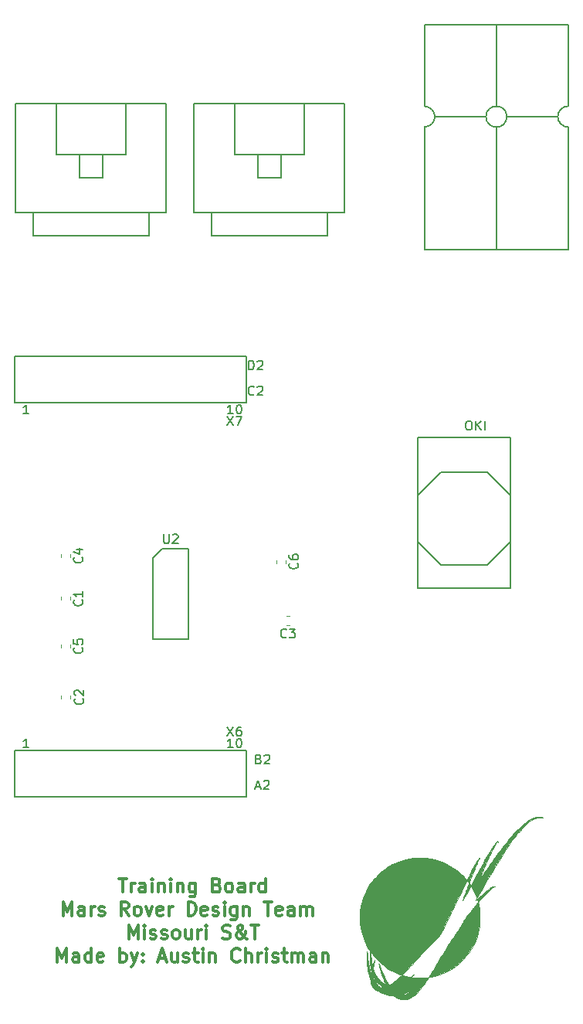
<source format=gbr>
G04 #@! TF.GenerationSoftware,KiCad,Pcbnew,(5.0.0)*
G04 #@! TF.CreationDate,2018-09-29T13:07:35-07:00*
G04 #@! TF.ProjectId,DriveBoard_Hardware,4472697665426F6172645F4861726477,rev?*
G04 #@! TF.SameCoordinates,Original*
G04 #@! TF.FileFunction,Legend,Top*
G04 #@! TF.FilePolarity,Positive*
%FSLAX46Y46*%
G04 Gerber Fmt 4.6, Leading zero omitted, Abs format (unit mm)*
G04 Created by KiCad (PCBNEW (5.0.0)) date 09/29/18 13:07:35*
%MOMM*%
%LPD*%
G01*
G04 APERTURE LIST*
%ADD10C,0.300000*%
%ADD11C,0.150000*%
%ADD12C,0.120000*%
%ADD13C,0.010000*%
G04 APERTURE END LIST*
D10*
X125080142Y-134672571D02*
X125937285Y-134672571D01*
X125508714Y-136172571D02*
X125508714Y-134672571D01*
X126437285Y-136172571D02*
X126437285Y-135172571D01*
X126437285Y-135458285D02*
X126508714Y-135315428D01*
X126580142Y-135244000D01*
X126723000Y-135172571D01*
X126865857Y-135172571D01*
X128008714Y-136172571D02*
X128008714Y-135386857D01*
X127937285Y-135244000D01*
X127794428Y-135172571D01*
X127508714Y-135172571D01*
X127365857Y-135244000D01*
X128008714Y-136101142D02*
X127865857Y-136172571D01*
X127508714Y-136172571D01*
X127365857Y-136101142D01*
X127294428Y-135958285D01*
X127294428Y-135815428D01*
X127365857Y-135672571D01*
X127508714Y-135601142D01*
X127865857Y-135601142D01*
X128008714Y-135529714D01*
X128723000Y-136172571D02*
X128723000Y-135172571D01*
X128723000Y-134672571D02*
X128651571Y-134744000D01*
X128723000Y-134815428D01*
X128794428Y-134744000D01*
X128723000Y-134672571D01*
X128723000Y-134815428D01*
X129437285Y-135172571D02*
X129437285Y-136172571D01*
X129437285Y-135315428D02*
X129508714Y-135244000D01*
X129651571Y-135172571D01*
X129865857Y-135172571D01*
X130008714Y-135244000D01*
X130080142Y-135386857D01*
X130080142Y-136172571D01*
X130794428Y-136172571D02*
X130794428Y-135172571D01*
X130794428Y-134672571D02*
X130723000Y-134744000D01*
X130794428Y-134815428D01*
X130865857Y-134744000D01*
X130794428Y-134672571D01*
X130794428Y-134815428D01*
X131508714Y-135172571D02*
X131508714Y-136172571D01*
X131508714Y-135315428D02*
X131580142Y-135244000D01*
X131723000Y-135172571D01*
X131937285Y-135172571D01*
X132080142Y-135244000D01*
X132151571Y-135386857D01*
X132151571Y-136172571D01*
X133508714Y-135172571D02*
X133508714Y-136386857D01*
X133437285Y-136529714D01*
X133365857Y-136601142D01*
X133223000Y-136672571D01*
X133008714Y-136672571D01*
X132865857Y-136601142D01*
X133508714Y-136101142D02*
X133365857Y-136172571D01*
X133080142Y-136172571D01*
X132937285Y-136101142D01*
X132865857Y-136029714D01*
X132794428Y-135886857D01*
X132794428Y-135458285D01*
X132865857Y-135315428D01*
X132937285Y-135244000D01*
X133080142Y-135172571D01*
X133365857Y-135172571D01*
X133508714Y-135244000D01*
X135865857Y-135386857D02*
X136080142Y-135458285D01*
X136151571Y-135529714D01*
X136223000Y-135672571D01*
X136223000Y-135886857D01*
X136151571Y-136029714D01*
X136080142Y-136101142D01*
X135937285Y-136172571D01*
X135365857Y-136172571D01*
X135365857Y-134672571D01*
X135865857Y-134672571D01*
X136008714Y-134744000D01*
X136080142Y-134815428D01*
X136151571Y-134958285D01*
X136151571Y-135101142D01*
X136080142Y-135244000D01*
X136008714Y-135315428D01*
X135865857Y-135386857D01*
X135365857Y-135386857D01*
X137080142Y-136172571D02*
X136937285Y-136101142D01*
X136865857Y-136029714D01*
X136794428Y-135886857D01*
X136794428Y-135458285D01*
X136865857Y-135315428D01*
X136937285Y-135244000D01*
X137080142Y-135172571D01*
X137294428Y-135172571D01*
X137437285Y-135244000D01*
X137508714Y-135315428D01*
X137580142Y-135458285D01*
X137580142Y-135886857D01*
X137508714Y-136029714D01*
X137437285Y-136101142D01*
X137294428Y-136172571D01*
X137080142Y-136172571D01*
X138865857Y-136172571D02*
X138865857Y-135386857D01*
X138794428Y-135244000D01*
X138651571Y-135172571D01*
X138365857Y-135172571D01*
X138223000Y-135244000D01*
X138865857Y-136101142D02*
X138723000Y-136172571D01*
X138365857Y-136172571D01*
X138223000Y-136101142D01*
X138151571Y-135958285D01*
X138151571Y-135815428D01*
X138223000Y-135672571D01*
X138365857Y-135601142D01*
X138723000Y-135601142D01*
X138865857Y-135529714D01*
X139580142Y-136172571D02*
X139580142Y-135172571D01*
X139580142Y-135458285D02*
X139651571Y-135315428D01*
X139723000Y-135244000D01*
X139865857Y-135172571D01*
X140008714Y-135172571D01*
X141151571Y-136172571D02*
X141151571Y-134672571D01*
X141151571Y-136101142D02*
X141008714Y-136172571D01*
X140723000Y-136172571D01*
X140580142Y-136101142D01*
X140508714Y-136029714D01*
X140437285Y-135886857D01*
X140437285Y-135458285D01*
X140508714Y-135315428D01*
X140580142Y-135244000D01*
X140723000Y-135172571D01*
X141008714Y-135172571D01*
X141151571Y-135244000D01*
X118972999Y-138722571D02*
X118972999Y-137222571D01*
X119472999Y-138294000D01*
X119972999Y-137222571D01*
X119972999Y-138722571D01*
X121330142Y-138722571D02*
X121330142Y-137936857D01*
X121258714Y-137794000D01*
X121115857Y-137722571D01*
X120830142Y-137722571D01*
X120687285Y-137794000D01*
X121330142Y-138651142D02*
X121187285Y-138722571D01*
X120830142Y-138722571D01*
X120687285Y-138651142D01*
X120615857Y-138508285D01*
X120615857Y-138365428D01*
X120687285Y-138222571D01*
X120830142Y-138151142D01*
X121187285Y-138151142D01*
X121330142Y-138079714D01*
X122044428Y-138722571D02*
X122044428Y-137722571D01*
X122044428Y-138008285D02*
X122115857Y-137865428D01*
X122187285Y-137794000D01*
X122330142Y-137722571D01*
X122472999Y-137722571D01*
X122901571Y-138651142D02*
X123044428Y-138722571D01*
X123330142Y-138722571D01*
X123472999Y-138651142D01*
X123544428Y-138508285D01*
X123544428Y-138436857D01*
X123472999Y-138294000D01*
X123330142Y-138222571D01*
X123115857Y-138222571D01*
X122972999Y-138151142D01*
X122901571Y-138008285D01*
X122901571Y-137936857D01*
X122972999Y-137794000D01*
X123115857Y-137722571D01*
X123330142Y-137722571D01*
X123472999Y-137794000D01*
X126187285Y-138722571D02*
X125687285Y-138008285D01*
X125330142Y-138722571D02*
X125330142Y-137222571D01*
X125901571Y-137222571D01*
X126044428Y-137294000D01*
X126115857Y-137365428D01*
X126187285Y-137508285D01*
X126187285Y-137722571D01*
X126115857Y-137865428D01*
X126044428Y-137936857D01*
X125901571Y-138008285D01*
X125330142Y-138008285D01*
X127044428Y-138722571D02*
X126901571Y-138651142D01*
X126830142Y-138579714D01*
X126758714Y-138436857D01*
X126758714Y-138008285D01*
X126830142Y-137865428D01*
X126901571Y-137794000D01*
X127044428Y-137722571D01*
X127258714Y-137722571D01*
X127401571Y-137794000D01*
X127472999Y-137865428D01*
X127544428Y-138008285D01*
X127544428Y-138436857D01*
X127472999Y-138579714D01*
X127401571Y-138651142D01*
X127258714Y-138722571D01*
X127044428Y-138722571D01*
X128044428Y-137722571D02*
X128401571Y-138722571D01*
X128758714Y-137722571D01*
X129901571Y-138651142D02*
X129758714Y-138722571D01*
X129472999Y-138722571D01*
X129330142Y-138651142D01*
X129258714Y-138508285D01*
X129258714Y-137936857D01*
X129330142Y-137794000D01*
X129472999Y-137722571D01*
X129758714Y-137722571D01*
X129901571Y-137794000D01*
X129972999Y-137936857D01*
X129972999Y-138079714D01*
X129258714Y-138222571D01*
X130615857Y-138722571D02*
X130615857Y-137722571D01*
X130615857Y-138008285D02*
X130687285Y-137865428D01*
X130758714Y-137794000D01*
X130901571Y-137722571D01*
X131044428Y-137722571D01*
X132687285Y-138722571D02*
X132687285Y-137222571D01*
X133044428Y-137222571D01*
X133258714Y-137294000D01*
X133401571Y-137436857D01*
X133472999Y-137579714D01*
X133544428Y-137865428D01*
X133544428Y-138079714D01*
X133472999Y-138365428D01*
X133401571Y-138508285D01*
X133258714Y-138651142D01*
X133044428Y-138722571D01*
X132687285Y-138722571D01*
X134758714Y-138651142D02*
X134615857Y-138722571D01*
X134330142Y-138722571D01*
X134187285Y-138651142D01*
X134115857Y-138508285D01*
X134115857Y-137936857D01*
X134187285Y-137794000D01*
X134330142Y-137722571D01*
X134615857Y-137722571D01*
X134758714Y-137794000D01*
X134830142Y-137936857D01*
X134830142Y-138079714D01*
X134115857Y-138222571D01*
X135401571Y-138651142D02*
X135544428Y-138722571D01*
X135830142Y-138722571D01*
X135972999Y-138651142D01*
X136044428Y-138508285D01*
X136044428Y-138436857D01*
X135972999Y-138294000D01*
X135830142Y-138222571D01*
X135615857Y-138222571D01*
X135472999Y-138151142D01*
X135401571Y-138008285D01*
X135401571Y-137936857D01*
X135472999Y-137794000D01*
X135615857Y-137722571D01*
X135830142Y-137722571D01*
X135972999Y-137794000D01*
X136687285Y-138722571D02*
X136687285Y-137722571D01*
X136687285Y-137222571D02*
X136615857Y-137294000D01*
X136687285Y-137365428D01*
X136758714Y-137294000D01*
X136687285Y-137222571D01*
X136687285Y-137365428D01*
X138044428Y-137722571D02*
X138044428Y-138936857D01*
X137972999Y-139079714D01*
X137901571Y-139151142D01*
X137758714Y-139222571D01*
X137544428Y-139222571D01*
X137401571Y-139151142D01*
X138044428Y-138651142D02*
X137901571Y-138722571D01*
X137615857Y-138722571D01*
X137472999Y-138651142D01*
X137401571Y-138579714D01*
X137330142Y-138436857D01*
X137330142Y-138008285D01*
X137401571Y-137865428D01*
X137472999Y-137794000D01*
X137615857Y-137722571D01*
X137901571Y-137722571D01*
X138044428Y-137794000D01*
X138758714Y-137722571D02*
X138758714Y-138722571D01*
X138758714Y-137865428D02*
X138830142Y-137794000D01*
X138972999Y-137722571D01*
X139187285Y-137722571D01*
X139330142Y-137794000D01*
X139401571Y-137936857D01*
X139401571Y-138722571D01*
X141044428Y-137222571D02*
X141901571Y-137222571D01*
X141472999Y-138722571D02*
X141472999Y-137222571D01*
X142972999Y-138651142D02*
X142830142Y-138722571D01*
X142544428Y-138722571D01*
X142401571Y-138651142D01*
X142330142Y-138508285D01*
X142330142Y-137936857D01*
X142401571Y-137794000D01*
X142544428Y-137722571D01*
X142830142Y-137722571D01*
X142972999Y-137794000D01*
X143044428Y-137936857D01*
X143044428Y-138079714D01*
X142330142Y-138222571D01*
X144330142Y-138722571D02*
X144330142Y-137936857D01*
X144258714Y-137794000D01*
X144115857Y-137722571D01*
X143830142Y-137722571D01*
X143687285Y-137794000D01*
X144330142Y-138651142D02*
X144187285Y-138722571D01*
X143830142Y-138722571D01*
X143687285Y-138651142D01*
X143615857Y-138508285D01*
X143615857Y-138365428D01*
X143687285Y-138222571D01*
X143830142Y-138151142D01*
X144187285Y-138151142D01*
X144330142Y-138079714D01*
X145044428Y-138722571D02*
X145044428Y-137722571D01*
X145044428Y-137865428D02*
X145115857Y-137794000D01*
X145258714Y-137722571D01*
X145472999Y-137722571D01*
X145615857Y-137794000D01*
X145687285Y-137936857D01*
X145687285Y-138722571D01*
X145687285Y-137936857D02*
X145758714Y-137794000D01*
X145901571Y-137722571D01*
X146115857Y-137722571D01*
X146258714Y-137794000D01*
X146330142Y-137936857D01*
X146330142Y-138722571D01*
X126187285Y-141272571D02*
X126187285Y-139772571D01*
X126687285Y-140844000D01*
X127187285Y-139772571D01*
X127187285Y-141272571D01*
X127901571Y-141272571D02*
X127901571Y-140272571D01*
X127901571Y-139772571D02*
X127830142Y-139844000D01*
X127901571Y-139915428D01*
X127972999Y-139844000D01*
X127901571Y-139772571D01*
X127901571Y-139915428D01*
X128544428Y-141201142D02*
X128687285Y-141272571D01*
X128972999Y-141272571D01*
X129115857Y-141201142D01*
X129187285Y-141058285D01*
X129187285Y-140986857D01*
X129115857Y-140844000D01*
X128972999Y-140772571D01*
X128758714Y-140772571D01*
X128615857Y-140701142D01*
X128544428Y-140558285D01*
X128544428Y-140486857D01*
X128615857Y-140344000D01*
X128758714Y-140272571D01*
X128972999Y-140272571D01*
X129115857Y-140344000D01*
X129758714Y-141201142D02*
X129901571Y-141272571D01*
X130187285Y-141272571D01*
X130330142Y-141201142D01*
X130401571Y-141058285D01*
X130401571Y-140986857D01*
X130330142Y-140844000D01*
X130187285Y-140772571D01*
X129972999Y-140772571D01*
X129830142Y-140701142D01*
X129758714Y-140558285D01*
X129758714Y-140486857D01*
X129830142Y-140344000D01*
X129972999Y-140272571D01*
X130187285Y-140272571D01*
X130330142Y-140344000D01*
X131258714Y-141272571D02*
X131115857Y-141201142D01*
X131044428Y-141129714D01*
X130972999Y-140986857D01*
X130972999Y-140558285D01*
X131044428Y-140415428D01*
X131115857Y-140344000D01*
X131258714Y-140272571D01*
X131472999Y-140272571D01*
X131615857Y-140344000D01*
X131687285Y-140415428D01*
X131758714Y-140558285D01*
X131758714Y-140986857D01*
X131687285Y-141129714D01*
X131615857Y-141201142D01*
X131472999Y-141272571D01*
X131258714Y-141272571D01*
X133044428Y-140272571D02*
X133044428Y-141272571D01*
X132401571Y-140272571D02*
X132401571Y-141058285D01*
X132472999Y-141201142D01*
X132615857Y-141272571D01*
X132830142Y-141272571D01*
X132972999Y-141201142D01*
X133044428Y-141129714D01*
X133758714Y-141272571D02*
X133758714Y-140272571D01*
X133758714Y-140558285D02*
X133830142Y-140415428D01*
X133901571Y-140344000D01*
X134044428Y-140272571D01*
X134187285Y-140272571D01*
X134687285Y-141272571D02*
X134687285Y-140272571D01*
X134687285Y-139772571D02*
X134615857Y-139844000D01*
X134687285Y-139915428D01*
X134758714Y-139844000D01*
X134687285Y-139772571D01*
X134687285Y-139915428D01*
X136472999Y-141201142D02*
X136687285Y-141272571D01*
X137044428Y-141272571D01*
X137187285Y-141201142D01*
X137258714Y-141129714D01*
X137330142Y-140986857D01*
X137330142Y-140844000D01*
X137258714Y-140701142D01*
X137187285Y-140629714D01*
X137044428Y-140558285D01*
X136758714Y-140486857D01*
X136615857Y-140415428D01*
X136544428Y-140344000D01*
X136472999Y-140201142D01*
X136472999Y-140058285D01*
X136544428Y-139915428D01*
X136615857Y-139844000D01*
X136758714Y-139772571D01*
X137115857Y-139772571D01*
X137330142Y-139844000D01*
X139187285Y-141272571D02*
X139115857Y-141272571D01*
X138972999Y-141201142D01*
X138758714Y-140986857D01*
X138401571Y-140558285D01*
X138258714Y-140344000D01*
X138187285Y-140129714D01*
X138187285Y-139986857D01*
X138258714Y-139844000D01*
X138401571Y-139772571D01*
X138472999Y-139772571D01*
X138615857Y-139844000D01*
X138687285Y-139986857D01*
X138687285Y-140058285D01*
X138615857Y-140201142D01*
X138544428Y-140272571D01*
X138115857Y-140558285D01*
X138044428Y-140629714D01*
X137972999Y-140772571D01*
X137972999Y-140986857D01*
X138044428Y-141129714D01*
X138115857Y-141201142D01*
X138258714Y-141272571D01*
X138472999Y-141272571D01*
X138615857Y-141201142D01*
X138687285Y-141129714D01*
X138901571Y-140844000D01*
X138972999Y-140629714D01*
X138972999Y-140486857D01*
X139615857Y-139772571D02*
X140472999Y-139772571D01*
X140044428Y-141272571D02*
X140044428Y-139772571D01*
X118365857Y-143822571D02*
X118365857Y-142322571D01*
X118865857Y-143394000D01*
X119365857Y-142322571D01*
X119365857Y-143822571D01*
X120722999Y-143822571D02*
X120722999Y-143036857D01*
X120651571Y-142894000D01*
X120508714Y-142822571D01*
X120222999Y-142822571D01*
X120080142Y-142894000D01*
X120722999Y-143751142D02*
X120580142Y-143822571D01*
X120222999Y-143822571D01*
X120080142Y-143751142D01*
X120008714Y-143608285D01*
X120008714Y-143465428D01*
X120080142Y-143322571D01*
X120222999Y-143251142D01*
X120580142Y-143251142D01*
X120722999Y-143179714D01*
X122080142Y-143822571D02*
X122080142Y-142322571D01*
X122080142Y-143751142D02*
X121937285Y-143822571D01*
X121651571Y-143822571D01*
X121508714Y-143751142D01*
X121437285Y-143679714D01*
X121365857Y-143536857D01*
X121365857Y-143108285D01*
X121437285Y-142965428D01*
X121508714Y-142894000D01*
X121651571Y-142822571D01*
X121937285Y-142822571D01*
X122080142Y-142894000D01*
X123365857Y-143751142D02*
X123222999Y-143822571D01*
X122937285Y-143822571D01*
X122794428Y-143751142D01*
X122722999Y-143608285D01*
X122722999Y-143036857D01*
X122794428Y-142894000D01*
X122937285Y-142822571D01*
X123222999Y-142822571D01*
X123365857Y-142894000D01*
X123437285Y-143036857D01*
X123437285Y-143179714D01*
X122722999Y-143322571D01*
X125222999Y-143822571D02*
X125222999Y-142322571D01*
X125222999Y-142894000D02*
X125365857Y-142822571D01*
X125651571Y-142822571D01*
X125794428Y-142894000D01*
X125865857Y-142965428D01*
X125937285Y-143108285D01*
X125937285Y-143536857D01*
X125865857Y-143679714D01*
X125794428Y-143751142D01*
X125651571Y-143822571D01*
X125365857Y-143822571D01*
X125222999Y-143751142D01*
X126437285Y-142822571D02*
X126794428Y-143822571D01*
X127151571Y-142822571D02*
X126794428Y-143822571D01*
X126651571Y-144179714D01*
X126580142Y-144251142D01*
X126437285Y-144322571D01*
X127722999Y-143679714D02*
X127794428Y-143751142D01*
X127722999Y-143822571D01*
X127651571Y-143751142D01*
X127722999Y-143679714D01*
X127722999Y-143822571D01*
X127722999Y-142894000D02*
X127794428Y-142965428D01*
X127722999Y-143036857D01*
X127651571Y-142965428D01*
X127722999Y-142894000D01*
X127722999Y-143036857D01*
X129508714Y-143394000D02*
X130222999Y-143394000D01*
X129365857Y-143822571D02*
X129865857Y-142322571D01*
X130365857Y-143822571D01*
X131508714Y-142822571D02*
X131508714Y-143822571D01*
X130865857Y-142822571D02*
X130865857Y-143608285D01*
X130937285Y-143751142D01*
X131080142Y-143822571D01*
X131294428Y-143822571D01*
X131437285Y-143751142D01*
X131508714Y-143679714D01*
X132151571Y-143751142D02*
X132294428Y-143822571D01*
X132580142Y-143822571D01*
X132722999Y-143751142D01*
X132794428Y-143608285D01*
X132794428Y-143536857D01*
X132722999Y-143394000D01*
X132580142Y-143322571D01*
X132365857Y-143322571D01*
X132222999Y-143251142D01*
X132151571Y-143108285D01*
X132151571Y-143036857D01*
X132222999Y-142894000D01*
X132365857Y-142822571D01*
X132580142Y-142822571D01*
X132722999Y-142894000D01*
X133222999Y-142822571D02*
X133794428Y-142822571D01*
X133437285Y-142322571D02*
X133437285Y-143608285D01*
X133508714Y-143751142D01*
X133651571Y-143822571D01*
X133794428Y-143822571D01*
X134294428Y-143822571D02*
X134294428Y-142822571D01*
X134294428Y-142322571D02*
X134222999Y-142394000D01*
X134294428Y-142465428D01*
X134365857Y-142394000D01*
X134294428Y-142322571D01*
X134294428Y-142465428D01*
X135008714Y-142822571D02*
X135008714Y-143822571D01*
X135008714Y-142965428D02*
X135080142Y-142894000D01*
X135222999Y-142822571D01*
X135437285Y-142822571D01*
X135580142Y-142894000D01*
X135651571Y-143036857D01*
X135651571Y-143822571D01*
X138365857Y-143679714D02*
X138294428Y-143751142D01*
X138080142Y-143822571D01*
X137937285Y-143822571D01*
X137722999Y-143751142D01*
X137580142Y-143608285D01*
X137508714Y-143465428D01*
X137437285Y-143179714D01*
X137437285Y-142965428D01*
X137508714Y-142679714D01*
X137580142Y-142536857D01*
X137722999Y-142394000D01*
X137937285Y-142322571D01*
X138080142Y-142322571D01*
X138294428Y-142394000D01*
X138365857Y-142465428D01*
X139008714Y-143822571D02*
X139008714Y-142322571D01*
X139651571Y-143822571D02*
X139651571Y-143036857D01*
X139580142Y-142894000D01*
X139437285Y-142822571D01*
X139222999Y-142822571D01*
X139080142Y-142894000D01*
X139008714Y-142965428D01*
X140365857Y-143822571D02*
X140365857Y-142822571D01*
X140365857Y-143108285D02*
X140437285Y-142965428D01*
X140508714Y-142894000D01*
X140651571Y-142822571D01*
X140794428Y-142822571D01*
X141294428Y-143822571D02*
X141294428Y-142822571D01*
X141294428Y-142322571D02*
X141223000Y-142394000D01*
X141294428Y-142465428D01*
X141365857Y-142394000D01*
X141294428Y-142322571D01*
X141294428Y-142465428D01*
X141937285Y-143751142D02*
X142080142Y-143822571D01*
X142365857Y-143822571D01*
X142508714Y-143751142D01*
X142580142Y-143608285D01*
X142580142Y-143536857D01*
X142508714Y-143394000D01*
X142365857Y-143322571D01*
X142151571Y-143322571D01*
X142008714Y-143251142D01*
X141937285Y-143108285D01*
X141937285Y-143036857D01*
X142008714Y-142894000D01*
X142151571Y-142822571D01*
X142365857Y-142822571D01*
X142508714Y-142894000D01*
X143008714Y-142822571D02*
X143580142Y-142822571D01*
X143222999Y-142322571D02*
X143222999Y-143608285D01*
X143294428Y-143751142D01*
X143437285Y-143822571D01*
X143580142Y-143822571D01*
X144080142Y-143822571D02*
X144080142Y-142822571D01*
X144080142Y-142965428D02*
X144151571Y-142894000D01*
X144294428Y-142822571D01*
X144508714Y-142822571D01*
X144651571Y-142894000D01*
X144722999Y-143036857D01*
X144722999Y-143822571D01*
X144722999Y-143036857D02*
X144794428Y-142894000D01*
X144937285Y-142822571D01*
X145151571Y-142822571D01*
X145294428Y-142894000D01*
X145365857Y-143036857D01*
X145365857Y-143822571D01*
X146722999Y-143822571D02*
X146722999Y-143036857D01*
X146651571Y-142894000D01*
X146508714Y-142822571D01*
X146222999Y-142822571D01*
X146080142Y-142894000D01*
X146722999Y-143751142D02*
X146580142Y-143822571D01*
X146222999Y-143822571D01*
X146080142Y-143751142D01*
X146008714Y-143608285D01*
X146008714Y-143465428D01*
X146080142Y-143322571D01*
X146222999Y-143251142D01*
X146580142Y-143251142D01*
X146722999Y-143179714D01*
X147437285Y-142822571D02*
X147437285Y-143822571D01*
X147437285Y-142965428D02*
X147508714Y-142894000D01*
X147651571Y-142822571D01*
X147865857Y-142822571D01*
X148008714Y-142894000D01*
X148080142Y-143036857D01*
X148080142Y-143822571D01*
D11*
G04 #@! TO.C,U1*
X139065000Y-120650000D02*
X113665000Y-120650000D01*
X113665000Y-82550000D02*
X139065000Y-82550000D01*
X139065000Y-125730000D02*
X139065000Y-120650000D01*
X113665000Y-120650000D02*
X113665000Y-125730000D01*
X113665000Y-125730000D02*
X139065000Y-125730000D01*
X139065000Y-82550000D02*
X139065000Y-77470000D01*
X139065000Y-77470000D02*
X113665000Y-77470000D01*
X113665000Y-77470000D02*
X113665000Y-82550000D01*
D12*
G04 #@! TO.C,C1*
X119763000Y-103827733D02*
X119763000Y-104170267D01*
X118743000Y-103827733D02*
X118743000Y-104170267D01*
G04 #@! TO.C,C2*
X118743000Y-114636733D02*
X118743000Y-114979267D01*
X119763000Y-114636733D02*
X119763000Y-114979267D01*
G04 #@! TO.C,C3*
X143808267Y-106936000D02*
X143465733Y-106936000D01*
X143808267Y-105916000D02*
X143465733Y-105916000D01*
G04 #@! TO.C,C4*
X119763000Y-99142733D02*
X119763000Y-99485267D01*
X118743000Y-99142733D02*
X118743000Y-99485267D01*
G04 #@! TO.C,C5*
X118743000Y-109048733D02*
X118743000Y-109391267D01*
X119763000Y-109048733D02*
X119763000Y-109391267D01*
G04 #@! TO.C,C6*
X142365000Y-99777733D02*
X142365000Y-100120267D01*
X143385000Y-99777733D02*
X143385000Y-100120267D01*
D11*
G04 #@! TO.C,Conn1*
X158623000Y-52324000D02*
G75*
G03X159740600Y-51206400I0J1117600D01*
G01*
X159740600Y-51206400D02*
G75*
G03X158623000Y-50088800I-1117600J0D01*
G01*
X174371000Y-41148000D02*
X158623000Y-41148000D01*
X174371000Y-65786000D02*
X158623000Y-65786000D01*
X174371000Y-50063400D02*
X174371000Y-48844200D01*
X173228000Y-51206400D02*
G75*
G03X174371000Y-52349400I1143000J0D01*
G01*
X174371000Y-50063400D02*
G75*
G03X173228000Y-51206400I0J-1143000D01*
G01*
X158623000Y-53517800D02*
X158623000Y-52324000D01*
X160934400Y-51206400D02*
X159766000Y-51206400D01*
X158623000Y-48895000D02*
X158623000Y-50063400D01*
X174371000Y-53467000D02*
X174371000Y-52374800D01*
X173228000Y-51206400D02*
X172059600Y-51206400D01*
X164211000Y-51206400D02*
X165354000Y-51206400D01*
X166522400Y-41173400D02*
X166522400Y-50063400D01*
X168783000Y-51206400D02*
X167640000Y-51206400D01*
X166497000Y-53492400D02*
X166497000Y-52349400D01*
X164211000Y-51206400D02*
X160909000Y-51206400D01*
X166497000Y-53492400D02*
X166497000Y-65786000D01*
X168783000Y-51206400D02*
X172059600Y-51206400D01*
X167640000Y-51206400D02*
G75*
G03X167640000Y-51206400I-1143000J0D01*
G01*
X158623000Y-53492400D02*
X158623000Y-65786000D01*
X158623000Y-48920400D02*
X158623000Y-41173400D01*
X174371000Y-41173400D02*
X174371000Y-48920400D01*
X174371000Y-53492400D02*
X174371000Y-65786000D01*
G04 #@! TO.C,Conn2*
X137795000Y-49784000D02*
X137795000Y-50292000D01*
X145415000Y-50292000D02*
X145415000Y-49784000D01*
X133350000Y-49784000D02*
X149860000Y-49784000D01*
X133350000Y-61722000D02*
X133350000Y-49784000D01*
X149860000Y-61722000D02*
X149860000Y-49784000D01*
X147955000Y-61722000D02*
X149860000Y-61722000D01*
X135255000Y-61722000D02*
X133350000Y-61722000D01*
X137795000Y-54102000D02*
X137795000Y-55372000D01*
X137795000Y-55372000D02*
X145415000Y-55372000D01*
X145415000Y-55372000D02*
X145415000Y-54102000D01*
X145415000Y-54102000D02*
X145415000Y-50292000D01*
X137795000Y-54102000D02*
X137795000Y-50292000D01*
X140335000Y-55372000D02*
X140335000Y-57912000D01*
X140335000Y-57912000D02*
X142875000Y-57912000D01*
X142875000Y-57912000D02*
X142875000Y-55372000D01*
X135255000Y-61722000D02*
X147955000Y-61722000D01*
X147955000Y-61722000D02*
X147955000Y-64262000D01*
X147955000Y-64262000D02*
X135255000Y-64262000D01*
X135255000Y-64262000D02*
X135255000Y-61722000D01*
G04 #@! TO.C,Conn3*
X115697000Y-64262000D02*
X115697000Y-61722000D01*
X128397000Y-64262000D02*
X115697000Y-64262000D01*
X128397000Y-61722000D02*
X128397000Y-64262000D01*
X115697000Y-61722000D02*
X128397000Y-61722000D01*
X123317000Y-57912000D02*
X123317000Y-55372000D01*
X120777000Y-57912000D02*
X123317000Y-57912000D01*
X120777000Y-55372000D02*
X120777000Y-57912000D01*
X118237000Y-54102000D02*
X118237000Y-50292000D01*
X125857000Y-54102000D02*
X125857000Y-50292000D01*
X125857000Y-55372000D02*
X125857000Y-54102000D01*
X118237000Y-55372000D02*
X125857000Y-55372000D01*
X118237000Y-54102000D02*
X118237000Y-55372000D01*
X115697000Y-61722000D02*
X113792000Y-61722000D01*
X128397000Y-61722000D02*
X130302000Y-61722000D01*
X130302000Y-61722000D02*
X130302000Y-49784000D01*
X113792000Y-61722000D02*
X113792000Y-49784000D01*
X113792000Y-49784000D02*
X130302000Y-49784000D01*
X125857000Y-50292000D02*
X125857000Y-49784000D01*
X118237000Y-49784000D02*
X118237000Y-50292000D01*
G04 #@! TO.C,U2*
X129827000Y-98555000D02*
X132727000Y-98555000D01*
X132727000Y-98555000D02*
X132727000Y-108455000D01*
X132727000Y-108455000D02*
X128827000Y-108455000D01*
X128827000Y-108455000D02*
X128827000Y-99555000D01*
X128827000Y-99555000D02*
X129827000Y-98555000D01*
G04 #@! TO.C,U3*
X165481000Y-90170000D02*
X168021000Y-92710000D01*
X168021000Y-92710000D02*
X168021000Y-97790000D01*
X168021000Y-97790000D02*
X165481000Y-100330000D01*
X165481000Y-100330000D02*
X160401000Y-100330000D01*
X160401000Y-100330000D02*
X157861000Y-97790000D01*
X157861000Y-97790000D02*
X157861000Y-92710000D01*
X157861000Y-92710000D02*
X160401000Y-90170000D01*
X160401000Y-90170000D02*
X165481000Y-90170000D01*
X157861000Y-102870000D02*
X168021000Y-102870000D01*
X157861000Y-86360000D02*
X168021000Y-86360000D01*
X168021000Y-86360000D02*
X168021000Y-102870000D01*
X157861000Y-102870000D02*
X157861000Y-86360000D01*
D13*
G04 #@! TO.C,G\002A\002A\002A*
G36*
X171237896Y-127911364D02*
X171369117Y-127930290D01*
X171475956Y-127961351D01*
X171492253Y-127968407D01*
X171557655Y-127998715D01*
X171497513Y-127988541D01*
X171288196Y-127965066D01*
X171092137Y-127966629D01*
X170918244Y-127993134D01*
X170911063Y-127994916D01*
X170708424Y-128061555D01*
X170497259Y-128161412D01*
X170276850Y-128295073D01*
X170046476Y-128463123D01*
X169805416Y-128666149D01*
X169552951Y-128904738D01*
X169288360Y-129179476D01*
X169010922Y-129490949D01*
X168872674Y-129654039D01*
X168744595Y-129808726D01*
X168622234Y-129959569D01*
X168503674Y-130109339D01*
X168386997Y-130260810D01*
X168270286Y-130416751D01*
X168151623Y-130579936D01*
X168029092Y-130753136D01*
X167900773Y-130939123D01*
X167764751Y-131140669D01*
X167619107Y-131360545D01*
X167461924Y-131601524D01*
X167291284Y-131866377D01*
X167105270Y-132157876D01*
X166901965Y-132478793D01*
X166731114Y-132749783D01*
X166341504Y-133378057D01*
X165966770Y-134000898D01*
X165612937Y-134608254D01*
X165523886Y-134764542D01*
X165443409Y-134905746D01*
X165350172Y-135068150D01*
X165251853Y-135238458D01*
X165156127Y-135403373D01*
X165072135Y-135547103D01*
X164988477Y-135690510D01*
X164896709Y-135849325D01*
X164803914Y-136011192D01*
X164717173Y-136163754D01*
X164643570Y-136294655D01*
X164641215Y-136298879D01*
X164577738Y-136412571D01*
X164517519Y-136520068D01*
X164464564Y-136614244D01*
X164422882Y-136687974D01*
X164396476Y-136734135D01*
X164395645Y-136735564D01*
X164345215Y-136822135D01*
X164267388Y-136615280D01*
X164226568Y-136512977D01*
X164175818Y-136395482D01*
X164117684Y-136267792D01*
X164054713Y-136134899D01*
X163989450Y-136001801D01*
X163924441Y-135873490D01*
X163862233Y-135754962D01*
X163805371Y-135651212D01*
X163756402Y-135567235D01*
X163717871Y-135508025D01*
X163692324Y-135478577D01*
X163686774Y-135476223D01*
X163673304Y-135492984D01*
X163644388Y-135539461D01*
X163603363Y-135609947D01*
X163553563Y-135698734D01*
X163508112Y-135781945D01*
X163434723Y-135917318D01*
X163356028Y-136061554D01*
X163274422Y-136210346D01*
X163192303Y-136359386D01*
X163112068Y-136504364D01*
X163036113Y-136640974D01*
X162966834Y-136764907D01*
X162906629Y-136871855D01*
X162857894Y-136957510D01*
X162823026Y-137017564D01*
X162804421Y-137047708D01*
X162802709Y-137049940D01*
X162801319Y-137041140D01*
X162811975Y-137001615D01*
X162832652Y-136938184D01*
X162853332Y-136879538D01*
X162903554Y-136741544D01*
X162959380Y-136589317D01*
X163019214Y-136427107D01*
X163081461Y-136259163D01*
X163144526Y-136089736D01*
X163206812Y-135923076D01*
X163266723Y-135763433D01*
X163322665Y-135615057D01*
X163373041Y-135482198D01*
X163416256Y-135369105D01*
X163450713Y-135280030D01*
X163474819Y-135219222D01*
X163486976Y-135190931D01*
X163487836Y-135189546D01*
X163504745Y-135197386D01*
X163536460Y-135232479D01*
X163576907Y-135287849D01*
X163588178Y-135304819D01*
X163629994Y-135366621D01*
X163664076Y-135412624D01*
X163684325Y-135434712D01*
X163686410Y-135435555D01*
X163699103Y-135418489D01*
X163727639Y-135371000D01*
X163769163Y-135298134D01*
X163820823Y-135204939D01*
X163879766Y-135096459D01*
X163909588Y-135040851D01*
X163979820Y-134910087D01*
X164063905Y-134754714D01*
X164156172Y-134585138D01*
X164250949Y-134411770D01*
X164342564Y-134245017D01*
X164398173Y-134144305D01*
X164478896Y-133998217D01*
X164573719Y-133826200D01*
X164677546Y-133637526D01*
X164785279Y-133441465D01*
X164891823Y-133247289D01*
X164992080Y-133064269D01*
X165027032Y-133000375D01*
X165189475Y-132705646D01*
X165349033Y-132420741D01*
X165503976Y-132148559D01*
X165652576Y-131891999D01*
X165793105Y-131653962D01*
X165923834Y-131437346D01*
X166043035Y-131245052D01*
X166148980Y-131079979D01*
X166239941Y-130945026D01*
X166308645Y-130850303D01*
X166404883Y-130734260D01*
X166490714Y-130650827D01*
X166564716Y-130600797D01*
X166625466Y-130584966D01*
X166671542Y-130604126D01*
X166692953Y-130635730D01*
X166712799Y-130689281D01*
X166716215Y-130720765D01*
X166704920Y-130724969D01*
X166680636Y-130696682D01*
X166675512Y-130688550D01*
X166636827Y-130641563D01*
X166600886Y-130628430D01*
X166600410Y-130628515D01*
X166562734Y-130652564D01*
X166510554Y-130712614D01*
X166444504Y-130807541D01*
X166365218Y-130936221D01*
X166273330Y-131097527D01*
X166169474Y-131290335D01*
X166054283Y-131513521D01*
X165928393Y-131765958D01*
X165792436Y-132046522D01*
X165743916Y-132148362D01*
X165696132Y-132250182D01*
X165637809Y-132376305D01*
X165570415Y-132523431D01*
X165495418Y-132688261D01*
X165414284Y-132867496D01*
X165328481Y-133057836D01*
X165239478Y-133255981D01*
X165148740Y-133458634D01*
X165057736Y-133662493D01*
X164967934Y-133864261D01*
X164880800Y-134060637D01*
X164797803Y-134248322D01*
X164720409Y-134424018D01*
X164650086Y-134584424D01*
X164588302Y-134726241D01*
X164536525Y-134846170D01*
X164496221Y-134940911D01*
X164468858Y-135007166D01*
X164455904Y-135041635D01*
X164455144Y-135045879D01*
X164467418Y-135031534D01*
X164498847Y-134988307D01*
X164546324Y-134920660D01*
X164606739Y-134833057D01*
X164676983Y-134729958D01*
X164731530Y-134649187D01*
X164822460Y-134514900D01*
X164930112Y-134357331D01*
X165051739Y-134180405D01*
X165184593Y-133988050D01*
X165325927Y-133784190D01*
X165472992Y-133572751D01*
X165623040Y-133357659D01*
X165773325Y-133142841D01*
X165921097Y-132932221D01*
X166063609Y-132729725D01*
X166198114Y-132539281D01*
X166321863Y-132364812D01*
X166432109Y-132210246D01*
X166526104Y-132079508D01*
X166601100Y-131976523D01*
X166622257Y-131947888D01*
X166988212Y-131461274D01*
X167337207Y-131009839D01*
X167670000Y-130592794D01*
X167987345Y-130209350D01*
X168290002Y-129858718D01*
X168578725Y-129540110D01*
X168854272Y-129252736D01*
X169117399Y-128995807D01*
X169368863Y-128768534D01*
X169609422Y-128570128D01*
X169839830Y-128399801D01*
X170060846Y-128256762D01*
X170273226Y-128140224D01*
X170274624Y-128139529D01*
X170432935Y-128063975D01*
X170567676Y-128007257D01*
X170688715Y-127966091D01*
X170805922Y-127937193D01*
X170929167Y-127917279D01*
X170950341Y-127914679D01*
X171094301Y-127905764D01*
X171237896Y-127911364D01*
X171237896Y-127911364D01*
G37*
X171237896Y-127911364D02*
X171369117Y-127930290D01*
X171475956Y-127961351D01*
X171492253Y-127968407D01*
X171557655Y-127998715D01*
X171497513Y-127988541D01*
X171288196Y-127965066D01*
X171092137Y-127966629D01*
X170918244Y-127993134D01*
X170911063Y-127994916D01*
X170708424Y-128061555D01*
X170497259Y-128161412D01*
X170276850Y-128295073D01*
X170046476Y-128463123D01*
X169805416Y-128666149D01*
X169552951Y-128904738D01*
X169288360Y-129179476D01*
X169010922Y-129490949D01*
X168872674Y-129654039D01*
X168744595Y-129808726D01*
X168622234Y-129959569D01*
X168503674Y-130109339D01*
X168386997Y-130260810D01*
X168270286Y-130416751D01*
X168151623Y-130579936D01*
X168029092Y-130753136D01*
X167900773Y-130939123D01*
X167764751Y-131140669D01*
X167619107Y-131360545D01*
X167461924Y-131601524D01*
X167291284Y-131866377D01*
X167105270Y-132157876D01*
X166901965Y-132478793D01*
X166731114Y-132749783D01*
X166341504Y-133378057D01*
X165966770Y-134000898D01*
X165612937Y-134608254D01*
X165523886Y-134764542D01*
X165443409Y-134905746D01*
X165350172Y-135068150D01*
X165251853Y-135238458D01*
X165156127Y-135403373D01*
X165072135Y-135547103D01*
X164988477Y-135690510D01*
X164896709Y-135849325D01*
X164803914Y-136011192D01*
X164717173Y-136163754D01*
X164643570Y-136294655D01*
X164641215Y-136298879D01*
X164577738Y-136412571D01*
X164517519Y-136520068D01*
X164464564Y-136614244D01*
X164422882Y-136687974D01*
X164396476Y-136734135D01*
X164395645Y-136735564D01*
X164345215Y-136822135D01*
X164267388Y-136615280D01*
X164226568Y-136512977D01*
X164175818Y-136395482D01*
X164117684Y-136267792D01*
X164054713Y-136134899D01*
X163989450Y-136001801D01*
X163924441Y-135873490D01*
X163862233Y-135754962D01*
X163805371Y-135651212D01*
X163756402Y-135567235D01*
X163717871Y-135508025D01*
X163692324Y-135478577D01*
X163686774Y-135476223D01*
X163673304Y-135492984D01*
X163644388Y-135539461D01*
X163603363Y-135609947D01*
X163553563Y-135698734D01*
X163508112Y-135781945D01*
X163434723Y-135917318D01*
X163356028Y-136061554D01*
X163274422Y-136210346D01*
X163192303Y-136359386D01*
X163112068Y-136504364D01*
X163036113Y-136640974D01*
X162966834Y-136764907D01*
X162906629Y-136871855D01*
X162857894Y-136957510D01*
X162823026Y-137017564D01*
X162804421Y-137047708D01*
X162802709Y-137049940D01*
X162801319Y-137041140D01*
X162811975Y-137001615D01*
X162832652Y-136938184D01*
X162853332Y-136879538D01*
X162903554Y-136741544D01*
X162959380Y-136589317D01*
X163019214Y-136427107D01*
X163081461Y-136259163D01*
X163144526Y-136089736D01*
X163206812Y-135923076D01*
X163266723Y-135763433D01*
X163322665Y-135615057D01*
X163373041Y-135482198D01*
X163416256Y-135369105D01*
X163450713Y-135280030D01*
X163474819Y-135219222D01*
X163486976Y-135190931D01*
X163487836Y-135189546D01*
X163504745Y-135197386D01*
X163536460Y-135232479D01*
X163576907Y-135287849D01*
X163588178Y-135304819D01*
X163629994Y-135366621D01*
X163664076Y-135412624D01*
X163684325Y-135434712D01*
X163686410Y-135435555D01*
X163699103Y-135418489D01*
X163727639Y-135371000D01*
X163769163Y-135298134D01*
X163820823Y-135204939D01*
X163879766Y-135096459D01*
X163909588Y-135040851D01*
X163979820Y-134910087D01*
X164063905Y-134754714D01*
X164156172Y-134585138D01*
X164250949Y-134411770D01*
X164342564Y-134245017D01*
X164398173Y-134144305D01*
X164478896Y-133998217D01*
X164573719Y-133826200D01*
X164677546Y-133637526D01*
X164785279Y-133441465D01*
X164891823Y-133247289D01*
X164992080Y-133064269D01*
X165027032Y-133000375D01*
X165189475Y-132705646D01*
X165349033Y-132420741D01*
X165503976Y-132148559D01*
X165652576Y-131891999D01*
X165793105Y-131653962D01*
X165923834Y-131437346D01*
X166043035Y-131245052D01*
X166148980Y-131079979D01*
X166239941Y-130945026D01*
X166308645Y-130850303D01*
X166404883Y-130734260D01*
X166490714Y-130650827D01*
X166564716Y-130600797D01*
X166625466Y-130584966D01*
X166671542Y-130604126D01*
X166692953Y-130635730D01*
X166712799Y-130689281D01*
X166716215Y-130720765D01*
X166704920Y-130724969D01*
X166680636Y-130696682D01*
X166675512Y-130688550D01*
X166636827Y-130641563D01*
X166600886Y-130628430D01*
X166600410Y-130628515D01*
X166562734Y-130652564D01*
X166510554Y-130712614D01*
X166444504Y-130807541D01*
X166365218Y-130936221D01*
X166273330Y-131097527D01*
X166169474Y-131290335D01*
X166054283Y-131513521D01*
X165928393Y-131765958D01*
X165792436Y-132046522D01*
X165743916Y-132148362D01*
X165696132Y-132250182D01*
X165637809Y-132376305D01*
X165570415Y-132523431D01*
X165495418Y-132688261D01*
X165414284Y-132867496D01*
X165328481Y-133057836D01*
X165239478Y-133255981D01*
X165148740Y-133458634D01*
X165057736Y-133662493D01*
X164967934Y-133864261D01*
X164880800Y-134060637D01*
X164797803Y-134248322D01*
X164720409Y-134424018D01*
X164650086Y-134584424D01*
X164588302Y-134726241D01*
X164536525Y-134846170D01*
X164496221Y-134940911D01*
X164468858Y-135007166D01*
X164455904Y-135041635D01*
X164455144Y-135045879D01*
X164467418Y-135031534D01*
X164498847Y-134988307D01*
X164546324Y-134920660D01*
X164606739Y-134833057D01*
X164676983Y-134729958D01*
X164731530Y-134649187D01*
X164822460Y-134514900D01*
X164930112Y-134357331D01*
X165051739Y-134180405D01*
X165184593Y-133988050D01*
X165325927Y-133784190D01*
X165472992Y-133572751D01*
X165623040Y-133357659D01*
X165773325Y-133142841D01*
X165921097Y-132932221D01*
X166063609Y-132729725D01*
X166198114Y-132539281D01*
X166321863Y-132364812D01*
X166432109Y-132210246D01*
X166526104Y-132079508D01*
X166601100Y-131976523D01*
X166622257Y-131947888D01*
X166988212Y-131461274D01*
X167337207Y-131009839D01*
X167670000Y-130592794D01*
X167987345Y-130209350D01*
X168290002Y-129858718D01*
X168578725Y-129540110D01*
X168854272Y-129252736D01*
X169117399Y-128995807D01*
X169368863Y-128768534D01*
X169609422Y-128570128D01*
X169839830Y-128399801D01*
X170060846Y-128256762D01*
X170273226Y-128140224D01*
X170274624Y-128139529D01*
X170432935Y-128063975D01*
X170567676Y-128007257D01*
X170688715Y-127966091D01*
X170805922Y-127937193D01*
X170929167Y-127917279D01*
X170950341Y-127914679D01*
X171094301Y-127905764D01*
X171237896Y-127911364D01*
G36*
X162786937Y-137090035D02*
X162776913Y-137100059D01*
X162766889Y-137090035D01*
X162776913Y-137080012D01*
X162786937Y-137090035D01*
X162786937Y-137090035D01*
G37*
X162786937Y-137090035D02*
X162776913Y-137100059D01*
X162766889Y-137090035D01*
X162776913Y-137080012D01*
X162786937Y-137090035D01*
G36*
X164667770Y-132380811D02*
X164657272Y-132404974D01*
X164623131Y-132456375D01*
X164603543Y-132484109D01*
X164566901Y-132538196D01*
X164531000Y-132597563D01*
X164493587Y-132666959D01*
X164452408Y-132751130D01*
X164405212Y-132854823D01*
X164349745Y-132982788D01*
X164283755Y-133139770D01*
X164225006Y-133281824D01*
X164175041Y-133404483D01*
X164113417Y-133557788D01*
X164042806Y-133734941D01*
X163965880Y-133929142D01*
X163885310Y-134133592D01*
X163803768Y-134341491D01*
X163723926Y-134546041D01*
X163648455Y-134740441D01*
X163580027Y-134917893D01*
X163521313Y-135071596D01*
X163509631Y-135102434D01*
X163487990Y-135159663D01*
X163375544Y-135005688D01*
X163325827Y-134941314D01*
X163283845Y-134893788D01*
X163255408Y-134869335D01*
X163247319Y-134868269D01*
X163236100Y-134888736D01*
X163208984Y-134942287D01*
X163167460Y-135025877D01*
X163113017Y-135136461D01*
X163047146Y-135270994D01*
X162971335Y-135426431D01*
X162887075Y-135599729D01*
X162795855Y-135787841D01*
X162699164Y-135987723D01*
X162660578Y-136067620D01*
X162438428Y-136527554D01*
X162232286Y-136953769D01*
X162040935Y-137348756D01*
X161863157Y-137715002D01*
X161697736Y-138054995D01*
X161543455Y-138371225D01*
X161399096Y-138666179D01*
X161263443Y-138942347D01*
X161135278Y-139202216D01*
X161013385Y-139448275D01*
X160896545Y-139683013D01*
X160783543Y-139908917D01*
X160719219Y-140036997D01*
X160632040Y-140211365D01*
X160557596Y-140361261D01*
X160493241Y-140490126D01*
X160436326Y-140601404D01*
X160384204Y-140698534D01*
X160334228Y-140784960D01*
X160283750Y-140864124D01*
X160230122Y-140939466D01*
X160170696Y-141014429D01*
X160102826Y-141092454D01*
X160023863Y-141176984D01*
X159931160Y-141271461D01*
X159822070Y-141379325D01*
X159693944Y-141504020D01*
X159544136Y-141648987D01*
X159369997Y-141817667D01*
X159288673Y-141896697D01*
X159141988Y-142040227D01*
X158998479Y-142182150D01*
X158861892Y-142318661D01*
X158735971Y-142445953D01*
X158624461Y-142560220D01*
X158531105Y-142657656D01*
X158459649Y-142734453D01*
X158418055Y-142781703D01*
X158304934Y-142914710D01*
X158167761Y-143071984D01*
X158010550Y-143249156D01*
X157837311Y-143441856D01*
X157652057Y-143645716D01*
X157458800Y-143856364D01*
X157261551Y-144069433D01*
X157064322Y-144280552D01*
X156871125Y-144485353D01*
X156685973Y-144679465D01*
X156512876Y-144858519D01*
X156484552Y-144887540D01*
X156388757Y-144985821D01*
X156303222Y-145074109D01*
X156231647Y-145148543D01*
X156177726Y-145205264D01*
X156145157Y-145240413D01*
X156136980Y-145250433D01*
X156161621Y-145259212D01*
X156217450Y-145275274D01*
X156296650Y-145296626D01*
X156391401Y-145321276D01*
X156493886Y-145347229D01*
X156596287Y-145372494D01*
X156690785Y-145395077D01*
X156769561Y-145412986D01*
X156799996Y-145419439D01*
X156928747Y-145443716D01*
X157022316Y-145456502D01*
X157083862Y-145458031D01*
X157116546Y-145448538D01*
X157121386Y-145443274D01*
X157140539Y-145424377D01*
X157183878Y-145386821D01*
X157244128Y-145336805D01*
X157287960Y-145301314D01*
X157444316Y-145175885D01*
X157127896Y-145474325D01*
X157195893Y-145486494D01*
X157316416Y-145503926D01*
X157460871Y-145518047D01*
X157623785Y-145528897D01*
X157799684Y-145536515D01*
X157983096Y-145540942D01*
X158168545Y-145542218D01*
X158350560Y-145540383D01*
X158523667Y-145535477D01*
X158682392Y-145527540D01*
X158821262Y-145516611D01*
X158934803Y-145502733D01*
X159017542Y-145485943D01*
X159053392Y-145472897D01*
X159076315Y-145449244D01*
X159116888Y-145394275D01*
X159172948Y-145311531D01*
X159242333Y-145204553D01*
X159322882Y-145076885D01*
X159412433Y-144932066D01*
X159508822Y-144773640D01*
X159609890Y-144605147D01*
X159713473Y-144430130D01*
X159817411Y-144252130D01*
X159919540Y-144074689D01*
X160017699Y-143901349D01*
X160070954Y-143805899D01*
X160155462Y-143656109D01*
X160246224Y-143499722D01*
X160337949Y-143345549D01*
X160425345Y-143202399D01*
X160503122Y-143079083D01*
X160552572Y-143004005D01*
X160626557Y-142891036D01*
X160712479Y-142753784D01*
X160803574Y-142603431D01*
X160893078Y-142451162D01*
X160974227Y-142308158D01*
X160982346Y-142293485D01*
X161081975Y-142117471D01*
X161179947Y-141954793D01*
X161283307Y-141794514D01*
X161399105Y-141625700D01*
X161531422Y-141441473D01*
X161814767Y-141045587D01*
X162082519Y-140654454D01*
X162340903Y-140258427D01*
X162596144Y-139847860D01*
X162854466Y-139413105D01*
X162974503Y-139205031D01*
X163046532Y-139081258D01*
X163112078Y-138974420D01*
X163177047Y-138876144D01*
X163247349Y-138778058D01*
X163328891Y-138671791D01*
X163427581Y-138548972D01*
X163497957Y-138463279D01*
X163595085Y-138345462D01*
X163691697Y-138227944D01*
X163782315Y-138117412D01*
X163861460Y-138020553D01*
X163923655Y-137944057D01*
X163949544Y-137911977D01*
X164011849Y-137835224D01*
X164090735Y-137739251D01*
X164176829Y-137635400D01*
X164260760Y-137535013D01*
X164274636Y-137518517D01*
X164342974Y-137435771D01*
X164400960Y-137362515D01*
X164444066Y-137304716D01*
X164467761Y-137268336D01*
X164470914Y-137260063D01*
X164465566Y-137229958D01*
X164451804Y-137175247D01*
X164433052Y-137107712D01*
X164412735Y-137039138D01*
X164394277Y-136981308D01*
X164381102Y-136946006D01*
X164378176Y-136940930D01*
X164360672Y-136949048D01*
X164323056Y-136978839D01*
X164276407Y-137021120D01*
X164230142Y-137062811D01*
X164208484Y-137076625D01*
X164212683Y-137061787D01*
X164213788Y-137059964D01*
X164241816Y-137011229D01*
X164276297Y-136947222D01*
X164289901Y-136920915D01*
X164317259Y-136869491D01*
X164334037Y-136849523D01*
X164347248Y-136856436D01*
X164358757Y-136875994D01*
X164369547Y-136892396D01*
X164383173Y-136898017D01*
X164404790Y-136889635D01*
X164439551Y-136864025D01*
X164492609Y-136817968D01*
X164569117Y-136748240D01*
X164581980Y-136736417D01*
X164808882Y-136529548D01*
X165011024Y-136349130D01*
X165191391Y-136192674D01*
X165352970Y-136057687D01*
X165498748Y-135941680D01*
X165631710Y-135842162D01*
X165754844Y-135756641D01*
X165763969Y-135750588D01*
X165927173Y-135649532D01*
X166066826Y-135577596D01*
X166182235Y-135535026D01*
X166272704Y-135522069D01*
X166337538Y-135538970D01*
X166345342Y-135544350D01*
X166366743Y-135563095D01*
X166362759Y-135572250D01*
X166327583Y-135575382D01*
X166294137Y-135575822D01*
X166204762Y-135589078D01*
X166116084Y-135631497D01*
X166112136Y-135633981D01*
X166041919Y-135683593D01*
X165950976Y-135755331D01*
X165846696Y-135842736D01*
X165736467Y-135939348D01*
X165627678Y-136038707D01*
X165527719Y-136134355D01*
X165453235Y-136209999D01*
X165391375Y-136275938D01*
X165313012Y-136360476D01*
X165222258Y-136459082D01*
X165123228Y-136567224D01*
X165020035Y-136680369D01*
X164916792Y-136793985D01*
X164817612Y-136903542D01*
X164726610Y-137004507D01*
X164647898Y-137092347D01*
X164585591Y-137162532D01*
X164543801Y-137210530D01*
X164530092Y-137227039D01*
X164485907Y-137283212D01*
X164540129Y-137527429D01*
X164584670Y-137739550D01*
X164619303Y-137933681D01*
X164645339Y-138121155D01*
X164664088Y-138313305D01*
X164676860Y-138521466D01*
X164684967Y-138756971D01*
X164685652Y-138785984D01*
X164688164Y-139111895D01*
X164679428Y-139409401D01*
X164658404Y-139688867D01*
X164624053Y-139960661D01*
X164575336Y-140235150D01*
X164511875Y-140519974D01*
X164373104Y-141008644D01*
X164197670Y-141482823D01*
X163986984Y-141940586D01*
X163742459Y-142380005D01*
X163465507Y-142799154D01*
X163157539Y-143196108D01*
X162819967Y-143568941D01*
X162454203Y-143915726D01*
X162061659Y-144234537D01*
X161643747Y-144523448D01*
X161521845Y-144599046D01*
X161105805Y-144830005D01*
X160670599Y-145032039D01*
X160222896Y-145202636D01*
X159769364Y-145339282D01*
X159316672Y-145439467D01*
X159268626Y-145447912D01*
X159163241Y-145469362D01*
X159095244Y-145491486D01*
X159062447Y-145514416D01*
X159044261Y-145540349D01*
X159006797Y-145594366D01*
X158953481Y-145671504D01*
X158887742Y-145766800D01*
X158813005Y-145875293D01*
X158754037Y-145960990D01*
X158534034Y-146273328D01*
X158327073Y-146551115D01*
X158130898Y-146796862D01*
X157943250Y-147013079D01*
X157761873Y-147202275D01*
X157584510Y-147366962D01*
X157408902Y-147509649D01*
X157276372Y-147604152D01*
X157159567Y-147675470D01*
X157025100Y-147746152D01*
X156885727Y-147810296D01*
X156754202Y-147861996D01*
X156651422Y-147893416D01*
X156487019Y-147922605D01*
X156309119Y-147935585D01*
X156135198Y-147931757D01*
X156007057Y-147915514D01*
X155769488Y-147850122D01*
X155541800Y-147745947D01*
X155324301Y-147603139D01*
X155249012Y-147542686D01*
X155190899Y-147497432D01*
X155143595Y-147473942D01*
X155089813Y-147465373D01*
X155051589Y-147464542D01*
X154782930Y-147448796D01*
X154510328Y-147403325D01*
X154445496Y-147385729D01*
X155927048Y-147385729D01*
X155954802Y-147403137D01*
X155980859Y-147411275D01*
X156018883Y-147415649D01*
X156084650Y-147417793D01*
X156165857Y-147417388D01*
X156191356Y-147416723D01*
X156308299Y-147408279D01*
X156404794Y-147388855D01*
X156487632Y-147359881D01*
X156623144Y-147298008D01*
X156744417Y-147227152D01*
X156862264Y-147139888D01*
X156987496Y-147028788D01*
X157031893Y-146986013D01*
X157097412Y-146920744D01*
X157146110Y-146869955D01*
X157174380Y-146837608D01*
X157178614Y-146827667D01*
X157173677Y-146830261D01*
X156966469Y-146958954D01*
X156787431Y-147061580D01*
X156635035Y-147139013D01*
X156627741Y-147142399D01*
X156520157Y-147188511D01*
X156396942Y-147235635D01*
X156269241Y-147280021D01*
X156148201Y-147317923D01*
X156044966Y-147345591D01*
X155990633Y-147356647D01*
X155939065Y-147369821D01*
X155927048Y-147385729D01*
X154445496Y-147385729D01*
X154243016Y-147330775D01*
X153990231Y-147233794D01*
X153761210Y-147115030D01*
X153701524Y-147077527D01*
X153632491Y-147037361D01*
X153564635Y-147006141D01*
X153525058Y-146993648D01*
X153472859Y-146978140D01*
X153399493Y-146950128D01*
X153319551Y-146915247D01*
X153307891Y-146909769D01*
X153147521Y-146811773D01*
X153147261Y-146811529D01*
X155099527Y-146811529D01*
X155106177Y-146827423D01*
X155124916Y-146848913D01*
X155129338Y-146853621D01*
X155154418Y-146878352D01*
X155179343Y-146893643D01*
X155211865Y-146899725D01*
X155259736Y-146896835D01*
X155330710Y-146885204D01*
X155432538Y-146865069D01*
X155442386Y-146863070D01*
X155524309Y-146844803D01*
X155618165Y-146821304D01*
X155716696Y-146794720D01*
X155812647Y-146767195D01*
X155898762Y-146740877D01*
X155967786Y-146717911D01*
X156012463Y-146700443D01*
X156025537Y-146690619D01*
X156025521Y-146690604D01*
X156003838Y-146690521D01*
X155952302Y-146696607D01*
X155880468Y-146707648D01*
X155849871Y-146712886D01*
X155762412Y-146726192D01*
X155649664Y-146740382D01*
X155526348Y-146753733D01*
X155410203Y-146764285D01*
X155286727Y-146774362D01*
X155198566Y-146782648D01*
X155141076Y-146790619D01*
X155109612Y-146799754D01*
X155099527Y-146811529D01*
X153147261Y-146811529D01*
X153008468Y-146681286D01*
X152892073Y-146520581D01*
X152799680Y-146331931D01*
X152732629Y-146117610D01*
X152692263Y-145879891D01*
X152690632Y-145864057D01*
X152676526Y-145777851D01*
X152651752Y-145675630D01*
X152621426Y-145578236D01*
X152618470Y-145570067D01*
X152540000Y-145328547D01*
X152529904Y-145289404D01*
X152920562Y-145289404D01*
X152929307Y-145432796D01*
X152938168Y-145520117D01*
X152956212Y-145591708D01*
X152989208Y-145666613D01*
X153014338Y-145713459D01*
X153184926Y-145989385D01*
X153370140Y-146229078D01*
X153571254Y-146434115D01*
X153655366Y-146505911D01*
X153775650Y-146603355D01*
X153905958Y-146590929D01*
X153973835Y-146583428D01*
X154023916Y-146575965D01*
X154044619Y-146570457D01*
X154048914Y-146565060D01*
X154045087Y-146557942D01*
X154026837Y-146544642D01*
X153987861Y-146520696D01*
X153921857Y-146481643D01*
X153905958Y-146472275D01*
X153686854Y-146324640D01*
X153490115Y-146152005D01*
X153312540Y-145950798D01*
X153150925Y-145717448D01*
X153020208Y-145484328D01*
X152920562Y-145289404D01*
X152529904Y-145289404D01*
X152468684Y-145052068D01*
X152405486Y-144745288D01*
X152351370Y-144412862D01*
X152309142Y-144076539D01*
X152299931Y-143971573D01*
X152292203Y-143843861D01*
X152286000Y-143699484D01*
X152281364Y-143544526D01*
X152278339Y-143385066D01*
X152276967Y-143227188D01*
X152277290Y-143076973D01*
X152279352Y-142940503D01*
X152283194Y-142823861D01*
X152288859Y-142733127D01*
X152296390Y-142674385D01*
X152299245Y-142663200D01*
X152310295Y-142632873D01*
X152316434Y-142631337D01*
X152319389Y-142662642D01*
X152320608Y-142713319D01*
X152327116Y-142872594D01*
X152341144Y-143061738D01*
X152361506Y-143271477D01*
X152387017Y-143492543D01*
X152416490Y-143715662D01*
X152448741Y-143931566D01*
X152482584Y-144130981D01*
X152516834Y-144304639D01*
X152533416Y-144377564D01*
X152564047Y-144499659D01*
X152596512Y-144620077D01*
X152628957Y-144732857D01*
X152659530Y-144832041D01*
X152686374Y-144911668D01*
X152707636Y-144965781D01*
X152721461Y-144988418D01*
X152723500Y-144988485D01*
X152741915Y-144956033D01*
X152751120Y-144892283D01*
X152751129Y-144804958D01*
X152741958Y-144701780D01*
X152723621Y-144590470D01*
X152722730Y-144586117D01*
X152693690Y-144436699D01*
X152670093Y-144293685D01*
X152651380Y-144150269D01*
X152636993Y-143999645D01*
X152626373Y-143835006D01*
X152618962Y-143649546D01*
X152614202Y-143436458D01*
X152611871Y-143234550D01*
X152608747Y-142844131D01*
X152724145Y-142844131D01*
X152726070Y-142922029D01*
X152730047Y-143019022D01*
X152735727Y-143128151D01*
X152742760Y-143242457D01*
X152750798Y-143354978D01*
X152759493Y-143458757D01*
X152765014Y-143515213D01*
X152776150Y-143609311D01*
X152790947Y-143717212D01*
X152808088Y-143831044D01*
X152826256Y-143942937D01*
X152844136Y-144045018D01*
X152860411Y-144129418D01*
X152873765Y-144188264D01*
X152881483Y-144211695D01*
X152892307Y-144203553D01*
X152912162Y-144163399D01*
X152938334Y-144097557D01*
X152968110Y-144012351D01*
X152971773Y-144001198D01*
X153016874Y-143866700D01*
X153057207Y-143753757D01*
X153091245Y-143666209D01*
X153117463Y-143607897D01*
X153134335Y-143582661D01*
X153138061Y-143582622D01*
X153137387Y-143604329D01*
X153129402Y-143657427D01*
X153115428Y-143734154D01*
X153096790Y-143826747D01*
X153094911Y-143835678D01*
X153069314Y-143962071D01*
X153042052Y-144105090D01*
X153017088Y-144243576D01*
X153004246Y-144319468D01*
X152965218Y-144558690D01*
X153026137Y-144733597D01*
X153077112Y-144867721D01*
X153140146Y-145014799D01*
X153209929Y-145163783D01*
X153281154Y-145303626D01*
X153348511Y-145423284D01*
X153386115Y-145482655D01*
X153481713Y-145609266D01*
X153597724Y-145739695D01*
X153721993Y-145861321D01*
X153842364Y-145961523D01*
X153859042Y-145973717D01*
X153919717Y-146013615D01*
X153994434Y-146057573D01*
X154075188Y-146101542D01*
X154153972Y-146141474D01*
X154222780Y-146173320D01*
X154273605Y-146193032D01*
X154298442Y-146196559D01*
X154298929Y-146196170D01*
X154295238Y-146175328D01*
X154277903Y-146127744D01*
X154250450Y-146062908D01*
X154244351Y-146049355D01*
X154185164Y-145913149D01*
X154118583Y-145750110D01*
X154048968Y-145571739D01*
X153980677Y-145389537D01*
X153918068Y-145215005D01*
X153865500Y-145059645D01*
X153846179Y-144998717D01*
X153812770Y-144887045D01*
X153776724Y-144760832D01*
X153739663Y-144626378D01*
X153703208Y-144489986D01*
X153668983Y-144357956D01*
X153638609Y-144236589D01*
X153613709Y-144132186D01*
X153595904Y-144051049D01*
X153586817Y-143999479D01*
X153585992Y-143988052D01*
X153593301Y-143995733D01*
X153613690Y-144036710D01*
X153645436Y-144107018D01*
X153686814Y-144202692D01*
X153736102Y-144319766D01*
X153791575Y-144454274D01*
X153833566Y-144557675D01*
X153921604Y-144774039D01*
X153999009Y-144959799D01*
X154069050Y-145121959D01*
X154134999Y-145267521D01*
X154200124Y-145403490D01*
X154267695Y-145536868D01*
X154340983Y-145674660D01*
X154423256Y-145823868D01*
X154432145Y-145839761D01*
X154512104Y-145981527D01*
X154575883Y-146091685D01*
X154626131Y-146174020D01*
X154665500Y-146232322D01*
X154696642Y-146270377D01*
X154722206Y-146291974D01*
X154744844Y-146300900D01*
X154755527Y-146301795D01*
X154791861Y-146291117D01*
X154851729Y-146262295D01*
X154925801Y-146220151D01*
X154981477Y-146185062D01*
X155063195Y-146128836D01*
X155164398Y-146055341D01*
X155273782Y-145972988D01*
X155380041Y-145890188D01*
X155409677Y-145866472D01*
X155428894Y-145850730D01*
X156592304Y-145850730D01*
X156602327Y-145860753D01*
X156612351Y-145850730D01*
X156602327Y-145840706D01*
X156592304Y-145850730D01*
X155428894Y-145850730D01*
X155449585Y-145833781D01*
X156632398Y-145833781D01*
X156647723Y-145829984D01*
X156693530Y-145800612D01*
X156769571Y-145745841D01*
X156875594Y-145665849D01*
X156929362Y-145624497D01*
X156996875Y-145570869D01*
X157049401Y-145526310D01*
X157080772Y-145496239D01*
X157086634Y-145486365D01*
X157068977Y-145494860D01*
X157026990Y-145523193D01*
X156967589Y-145566078D01*
X156897688Y-145618224D01*
X156824202Y-145674344D01*
X156754045Y-145729149D01*
X156694132Y-145777350D01*
X156651379Y-145813659D01*
X156632699Y-145832787D01*
X156632398Y-145833781D01*
X155449585Y-145833781D01*
X155495964Y-145795790D01*
X155590702Y-145716280D01*
X155689300Y-145632008D01*
X155787167Y-145547038D01*
X155879714Y-145465435D01*
X155962350Y-145391265D01*
X156030485Y-145328591D01*
X156079528Y-145281480D01*
X156104889Y-145253996D01*
X156107182Y-145248799D01*
X156087128Y-145240011D01*
X156036871Y-145220371D01*
X155963883Y-145192742D01*
X155875636Y-145159988D01*
X155871126Y-145158330D01*
X155404200Y-144966180D01*
X154953464Y-144739678D01*
X154521627Y-144480823D01*
X154111395Y-144191616D01*
X153725476Y-143874059D01*
X153366578Y-143530152D01*
X153037407Y-143161895D01*
X152854359Y-142928828D01*
X152803736Y-142862388D01*
X152761985Y-142810130D01*
X152734798Y-142779043D01*
X152727843Y-142773461D01*
X152724619Y-142792288D01*
X152724145Y-142844131D01*
X152608747Y-142844131D01*
X152606656Y-142583011D01*
X152472617Y-142362490D01*
X152227957Y-141921715D01*
X152019070Y-141463201D01*
X151845882Y-140986725D01*
X151708317Y-140492065D01*
X151606301Y-139978996D01*
X151557936Y-139626026D01*
X151548590Y-139514382D01*
X151541659Y-139371877D01*
X151537145Y-139207673D01*
X151535047Y-139030932D01*
X151535364Y-138850815D01*
X151538098Y-138676483D01*
X151543248Y-138517098D01*
X151550814Y-138381821D01*
X151557936Y-138302900D01*
X151636602Y-137776419D01*
X151751343Y-137267422D01*
X151902197Y-136775817D01*
X152089200Y-136301514D01*
X152312390Y-135844421D01*
X152571805Y-135404448D01*
X152867482Y-134981503D01*
X152981759Y-134834708D01*
X153083818Y-134713120D01*
X153208137Y-134574438D01*
X153346284Y-134427369D01*
X153489829Y-134280621D01*
X153630341Y-134142901D01*
X153759388Y-134022916D01*
X153815745Y-133973355D01*
X154218938Y-133653304D01*
X154642869Y-133367264D01*
X155086016Y-133115899D01*
X155546860Y-132899872D01*
X156023878Y-132719844D01*
X156515550Y-132576478D01*
X157020356Y-132470438D01*
X157384174Y-132418372D01*
X157533365Y-132404873D01*
X157711200Y-132394902D01*
X157907272Y-132388540D01*
X158111175Y-132385868D01*
X158312503Y-132386965D01*
X158500849Y-132391912D01*
X158665807Y-132400790D01*
X158747394Y-132407846D01*
X159266562Y-132480541D01*
X159769592Y-132589891D01*
X160256912Y-132736072D01*
X160728949Y-132919261D01*
X161186129Y-133139634D01*
X161628881Y-133397368D01*
X162057632Y-133692639D01*
X162285753Y-133869585D01*
X162373259Y-133943693D01*
X162477633Y-134037609D01*
X162592793Y-134145332D01*
X162712654Y-134260860D01*
X162831133Y-134378192D01*
X162942148Y-134491326D01*
X163039614Y-134594261D01*
X163117448Y-134680996D01*
X163157813Y-134729909D01*
X163200226Y-134782745D01*
X163232840Y-134820157D01*
X163248026Y-134833681D01*
X163259114Y-134816592D01*
X163285941Y-134767833D01*
X163326322Y-134691596D01*
X163378069Y-134592075D01*
X163438997Y-134473465D01*
X163506919Y-134339958D01*
X163553318Y-134248100D01*
X163697183Y-133965442D01*
X163835542Y-133699393D01*
X163967196Y-133452027D01*
X164090946Y-133225419D01*
X164205594Y-133021643D01*
X164309941Y-132842774D01*
X164402787Y-132690887D01*
X164482935Y-132568055D01*
X164549186Y-132476354D01*
X164600340Y-132417859D01*
X164620472Y-132401320D01*
X164655284Y-132380666D01*
X164667770Y-132380811D01*
X164667770Y-132380811D01*
G37*
X164667770Y-132380811D02*
X164657272Y-132404974D01*
X164623131Y-132456375D01*
X164603543Y-132484109D01*
X164566901Y-132538196D01*
X164531000Y-132597563D01*
X164493587Y-132666959D01*
X164452408Y-132751130D01*
X164405212Y-132854823D01*
X164349745Y-132982788D01*
X164283755Y-133139770D01*
X164225006Y-133281824D01*
X164175041Y-133404483D01*
X164113417Y-133557788D01*
X164042806Y-133734941D01*
X163965880Y-133929142D01*
X163885310Y-134133592D01*
X163803768Y-134341491D01*
X163723926Y-134546041D01*
X163648455Y-134740441D01*
X163580027Y-134917893D01*
X163521313Y-135071596D01*
X163509631Y-135102434D01*
X163487990Y-135159663D01*
X163375544Y-135005688D01*
X163325827Y-134941314D01*
X163283845Y-134893788D01*
X163255408Y-134869335D01*
X163247319Y-134868269D01*
X163236100Y-134888736D01*
X163208984Y-134942287D01*
X163167460Y-135025877D01*
X163113017Y-135136461D01*
X163047146Y-135270994D01*
X162971335Y-135426431D01*
X162887075Y-135599729D01*
X162795855Y-135787841D01*
X162699164Y-135987723D01*
X162660578Y-136067620D01*
X162438428Y-136527554D01*
X162232286Y-136953769D01*
X162040935Y-137348756D01*
X161863157Y-137715002D01*
X161697736Y-138054995D01*
X161543455Y-138371225D01*
X161399096Y-138666179D01*
X161263443Y-138942347D01*
X161135278Y-139202216D01*
X161013385Y-139448275D01*
X160896545Y-139683013D01*
X160783543Y-139908917D01*
X160719219Y-140036997D01*
X160632040Y-140211365D01*
X160557596Y-140361261D01*
X160493241Y-140490126D01*
X160436326Y-140601404D01*
X160384204Y-140698534D01*
X160334228Y-140784960D01*
X160283750Y-140864124D01*
X160230122Y-140939466D01*
X160170696Y-141014429D01*
X160102826Y-141092454D01*
X160023863Y-141176984D01*
X159931160Y-141271461D01*
X159822070Y-141379325D01*
X159693944Y-141504020D01*
X159544136Y-141648987D01*
X159369997Y-141817667D01*
X159288673Y-141896697D01*
X159141988Y-142040227D01*
X158998479Y-142182150D01*
X158861892Y-142318661D01*
X158735971Y-142445953D01*
X158624461Y-142560220D01*
X158531105Y-142657656D01*
X158459649Y-142734453D01*
X158418055Y-142781703D01*
X158304934Y-142914710D01*
X158167761Y-143071984D01*
X158010550Y-143249156D01*
X157837311Y-143441856D01*
X157652057Y-143645716D01*
X157458800Y-143856364D01*
X157261551Y-144069433D01*
X157064322Y-144280552D01*
X156871125Y-144485353D01*
X156685973Y-144679465D01*
X156512876Y-144858519D01*
X156484552Y-144887540D01*
X156388757Y-144985821D01*
X156303222Y-145074109D01*
X156231647Y-145148543D01*
X156177726Y-145205264D01*
X156145157Y-145240413D01*
X156136980Y-145250433D01*
X156161621Y-145259212D01*
X156217450Y-145275274D01*
X156296650Y-145296626D01*
X156391401Y-145321276D01*
X156493886Y-145347229D01*
X156596287Y-145372494D01*
X156690785Y-145395077D01*
X156769561Y-145412986D01*
X156799996Y-145419439D01*
X156928747Y-145443716D01*
X157022316Y-145456502D01*
X157083862Y-145458031D01*
X157116546Y-145448538D01*
X157121386Y-145443274D01*
X157140539Y-145424377D01*
X157183878Y-145386821D01*
X157244128Y-145336805D01*
X157287960Y-145301314D01*
X157444316Y-145175885D01*
X157127896Y-145474325D01*
X157195893Y-145486494D01*
X157316416Y-145503926D01*
X157460871Y-145518047D01*
X157623785Y-145528897D01*
X157799684Y-145536515D01*
X157983096Y-145540942D01*
X158168545Y-145542218D01*
X158350560Y-145540383D01*
X158523667Y-145535477D01*
X158682392Y-145527540D01*
X158821262Y-145516611D01*
X158934803Y-145502733D01*
X159017542Y-145485943D01*
X159053392Y-145472897D01*
X159076315Y-145449244D01*
X159116888Y-145394275D01*
X159172948Y-145311531D01*
X159242333Y-145204553D01*
X159322882Y-145076885D01*
X159412433Y-144932066D01*
X159508822Y-144773640D01*
X159609890Y-144605147D01*
X159713473Y-144430130D01*
X159817411Y-144252130D01*
X159919540Y-144074689D01*
X160017699Y-143901349D01*
X160070954Y-143805899D01*
X160155462Y-143656109D01*
X160246224Y-143499722D01*
X160337949Y-143345549D01*
X160425345Y-143202399D01*
X160503122Y-143079083D01*
X160552572Y-143004005D01*
X160626557Y-142891036D01*
X160712479Y-142753784D01*
X160803574Y-142603431D01*
X160893078Y-142451162D01*
X160974227Y-142308158D01*
X160982346Y-142293485D01*
X161081975Y-142117471D01*
X161179947Y-141954793D01*
X161283307Y-141794514D01*
X161399105Y-141625700D01*
X161531422Y-141441473D01*
X161814767Y-141045587D01*
X162082519Y-140654454D01*
X162340903Y-140258427D01*
X162596144Y-139847860D01*
X162854466Y-139413105D01*
X162974503Y-139205031D01*
X163046532Y-139081258D01*
X163112078Y-138974420D01*
X163177047Y-138876144D01*
X163247349Y-138778058D01*
X163328891Y-138671791D01*
X163427581Y-138548972D01*
X163497957Y-138463279D01*
X163595085Y-138345462D01*
X163691697Y-138227944D01*
X163782315Y-138117412D01*
X163861460Y-138020553D01*
X163923655Y-137944057D01*
X163949544Y-137911977D01*
X164011849Y-137835224D01*
X164090735Y-137739251D01*
X164176829Y-137635400D01*
X164260760Y-137535013D01*
X164274636Y-137518517D01*
X164342974Y-137435771D01*
X164400960Y-137362515D01*
X164444066Y-137304716D01*
X164467761Y-137268336D01*
X164470914Y-137260063D01*
X164465566Y-137229958D01*
X164451804Y-137175247D01*
X164433052Y-137107712D01*
X164412735Y-137039138D01*
X164394277Y-136981308D01*
X164381102Y-136946006D01*
X164378176Y-136940930D01*
X164360672Y-136949048D01*
X164323056Y-136978839D01*
X164276407Y-137021120D01*
X164230142Y-137062811D01*
X164208484Y-137076625D01*
X164212683Y-137061787D01*
X164213788Y-137059964D01*
X164241816Y-137011229D01*
X164276297Y-136947222D01*
X164289901Y-136920915D01*
X164317259Y-136869491D01*
X164334037Y-136849523D01*
X164347248Y-136856436D01*
X164358757Y-136875994D01*
X164369547Y-136892396D01*
X164383173Y-136898017D01*
X164404790Y-136889635D01*
X164439551Y-136864025D01*
X164492609Y-136817968D01*
X164569117Y-136748240D01*
X164581980Y-136736417D01*
X164808882Y-136529548D01*
X165011024Y-136349130D01*
X165191391Y-136192674D01*
X165352970Y-136057687D01*
X165498748Y-135941680D01*
X165631710Y-135842162D01*
X165754844Y-135756641D01*
X165763969Y-135750588D01*
X165927173Y-135649532D01*
X166066826Y-135577596D01*
X166182235Y-135535026D01*
X166272704Y-135522069D01*
X166337538Y-135538970D01*
X166345342Y-135544350D01*
X166366743Y-135563095D01*
X166362759Y-135572250D01*
X166327583Y-135575382D01*
X166294137Y-135575822D01*
X166204762Y-135589078D01*
X166116084Y-135631497D01*
X166112136Y-135633981D01*
X166041919Y-135683593D01*
X165950976Y-135755331D01*
X165846696Y-135842736D01*
X165736467Y-135939348D01*
X165627678Y-136038707D01*
X165527719Y-136134355D01*
X165453235Y-136209999D01*
X165391375Y-136275938D01*
X165313012Y-136360476D01*
X165222258Y-136459082D01*
X165123228Y-136567224D01*
X165020035Y-136680369D01*
X164916792Y-136793985D01*
X164817612Y-136903542D01*
X164726610Y-137004507D01*
X164647898Y-137092347D01*
X164585591Y-137162532D01*
X164543801Y-137210530D01*
X164530092Y-137227039D01*
X164485907Y-137283212D01*
X164540129Y-137527429D01*
X164584670Y-137739550D01*
X164619303Y-137933681D01*
X164645339Y-138121155D01*
X164664088Y-138313305D01*
X164676860Y-138521466D01*
X164684967Y-138756971D01*
X164685652Y-138785984D01*
X164688164Y-139111895D01*
X164679428Y-139409401D01*
X164658404Y-139688867D01*
X164624053Y-139960661D01*
X164575336Y-140235150D01*
X164511875Y-140519974D01*
X164373104Y-141008644D01*
X164197670Y-141482823D01*
X163986984Y-141940586D01*
X163742459Y-142380005D01*
X163465507Y-142799154D01*
X163157539Y-143196108D01*
X162819967Y-143568941D01*
X162454203Y-143915726D01*
X162061659Y-144234537D01*
X161643747Y-144523448D01*
X161521845Y-144599046D01*
X161105805Y-144830005D01*
X160670599Y-145032039D01*
X160222896Y-145202636D01*
X159769364Y-145339282D01*
X159316672Y-145439467D01*
X159268626Y-145447912D01*
X159163241Y-145469362D01*
X159095244Y-145491486D01*
X159062447Y-145514416D01*
X159044261Y-145540349D01*
X159006797Y-145594366D01*
X158953481Y-145671504D01*
X158887742Y-145766800D01*
X158813005Y-145875293D01*
X158754037Y-145960990D01*
X158534034Y-146273328D01*
X158327073Y-146551115D01*
X158130898Y-146796862D01*
X157943250Y-147013079D01*
X157761873Y-147202275D01*
X157584510Y-147366962D01*
X157408902Y-147509649D01*
X157276372Y-147604152D01*
X157159567Y-147675470D01*
X157025100Y-147746152D01*
X156885727Y-147810296D01*
X156754202Y-147861996D01*
X156651422Y-147893416D01*
X156487019Y-147922605D01*
X156309119Y-147935585D01*
X156135198Y-147931757D01*
X156007057Y-147915514D01*
X155769488Y-147850122D01*
X155541800Y-147745947D01*
X155324301Y-147603139D01*
X155249012Y-147542686D01*
X155190899Y-147497432D01*
X155143595Y-147473942D01*
X155089813Y-147465373D01*
X155051589Y-147464542D01*
X154782930Y-147448796D01*
X154510328Y-147403325D01*
X154445496Y-147385729D01*
X155927048Y-147385729D01*
X155954802Y-147403137D01*
X155980859Y-147411275D01*
X156018883Y-147415649D01*
X156084650Y-147417793D01*
X156165857Y-147417388D01*
X156191356Y-147416723D01*
X156308299Y-147408279D01*
X156404794Y-147388855D01*
X156487632Y-147359881D01*
X156623144Y-147298008D01*
X156744417Y-147227152D01*
X156862264Y-147139888D01*
X156987496Y-147028788D01*
X157031893Y-146986013D01*
X157097412Y-146920744D01*
X157146110Y-146869955D01*
X157174380Y-146837608D01*
X157178614Y-146827667D01*
X157173677Y-146830261D01*
X156966469Y-146958954D01*
X156787431Y-147061580D01*
X156635035Y-147139013D01*
X156627741Y-147142399D01*
X156520157Y-147188511D01*
X156396942Y-147235635D01*
X156269241Y-147280021D01*
X156148201Y-147317923D01*
X156044966Y-147345591D01*
X155990633Y-147356647D01*
X155939065Y-147369821D01*
X155927048Y-147385729D01*
X154445496Y-147385729D01*
X154243016Y-147330775D01*
X153990231Y-147233794D01*
X153761210Y-147115030D01*
X153701524Y-147077527D01*
X153632491Y-147037361D01*
X153564635Y-147006141D01*
X153525058Y-146993648D01*
X153472859Y-146978140D01*
X153399493Y-146950128D01*
X153319551Y-146915247D01*
X153307891Y-146909769D01*
X153147521Y-146811773D01*
X153147261Y-146811529D01*
X155099527Y-146811529D01*
X155106177Y-146827423D01*
X155124916Y-146848913D01*
X155129338Y-146853621D01*
X155154418Y-146878352D01*
X155179343Y-146893643D01*
X155211865Y-146899725D01*
X155259736Y-146896835D01*
X155330710Y-146885204D01*
X155432538Y-146865069D01*
X155442386Y-146863070D01*
X155524309Y-146844803D01*
X155618165Y-146821304D01*
X155716696Y-146794720D01*
X155812647Y-146767195D01*
X155898762Y-146740877D01*
X155967786Y-146717911D01*
X156012463Y-146700443D01*
X156025537Y-146690619D01*
X156025521Y-146690604D01*
X156003838Y-146690521D01*
X155952302Y-146696607D01*
X155880468Y-146707648D01*
X155849871Y-146712886D01*
X155762412Y-146726192D01*
X155649664Y-146740382D01*
X155526348Y-146753733D01*
X155410203Y-146764285D01*
X155286727Y-146774362D01*
X155198566Y-146782648D01*
X155141076Y-146790619D01*
X155109612Y-146799754D01*
X155099527Y-146811529D01*
X153147261Y-146811529D01*
X153008468Y-146681286D01*
X152892073Y-146520581D01*
X152799680Y-146331931D01*
X152732629Y-146117610D01*
X152692263Y-145879891D01*
X152690632Y-145864057D01*
X152676526Y-145777851D01*
X152651752Y-145675630D01*
X152621426Y-145578236D01*
X152618470Y-145570067D01*
X152540000Y-145328547D01*
X152529904Y-145289404D01*
X152920562Y-145289404D01*
X152929307Y-145432796D01*
X152938168Y-145520117D01*
X152956212Y-145591708D01*
X152989208Y-145666613D01*
X153014338Y-145713459D01*
X153184926Y-145989385D01*
X153370140Y-146229078D01*
X153571254Y-146434115D01*
X153655366Y-146505911D01*
X153775650Y-146603355D01*
X153905958Y-146590929D01*
X153973835Y-146583428D01*
X154023916Y-146575965D01*
X154044619Y-146570457D01*
X154048914Y-146565060D01*
X154045087Y-146557942D01*
X154026837Y-146544642D01*
X153987861Y-146520696D01*
X153921857Y-146481643D01*
X153905958Y-146472275D01*
X153686854Y-146324640D01*
X153490115Y-146152005D01*
X153312540Y-145950798D01*
X153150925Y-145717448D01*
X153020208Y-145484328D01*
X152920562Y-145289404D01*
X152529904Y-145289404D01*
X152468684Y-145052068D01*
X152405486Y-144745288D01*
X152351370Y-144412862D01*
X152309142Y-144076539D01*
X152299931Y-143971573D01*
X152292203Y-143843861D01*
X152286000Y-143699484D01*
X152281364Y-143544526D01*
X152278339Y-143385066D01*
X152276967Y-143227188D01*
X152277290Y-143076973D01*
X152279352Y-142940503D01*
X152283194Y-142823861D01*
X152288859Y-142733127D01*
X152296390Y-142674385D01*
X152299245Y-142663200D01*
X152310295Y-142632873D01*
X152316434Y-142631337D01*
X152319389Y-142662642D01*
X152320608Y-142713319D01*
X152327116Y-142872594D01*
X152341144Y-143061738D01*
X152361506Y-143271477D01*
X152387017Y-143492543D01*
X152416490Y-143715662D01*
X152448741Y-143931566D01*
X152482584Y-144130981D01*
X152516834Y-144304639D01*
X152533416Y-144377564D01*
X152564047Y-144499659D01*
X152596512Y-144620077D01*
X152628957Y-144732857D01*
X152659530Y-144832041D01*
X152686374Y-144911668D01*
X152707636Y-144965781D01*
X152721461Y-144988418D01*
X152723500Y-144988485D01*
X152741915Y-144956033D01*
X152751120Y-144892283D01*
X152751129Y-144804958D01*
X152741958Y-144701780D01*
X152723621Y-144590470D01*
X152722730Y-144586117D01*
X152693690Y-144436699D01*
X152670093Y-144293685D01*
X152651380Y-144150269D01*
X152636993Y-143999645D01*
X152626373Y-143835006D01*
X152618962Y-143649546D01*
X152614202Y-143436458D01*
X152611871Y-143234550D01*
X152608747Y-142844131D01*
X152724145Y-142844131D01*
X152726070Y-142922029D01*
X152730047Y-143019022D01*
X152735727Y-143128151D01*
X152742760Y-143242457D01*
X152750798Y-143354978D01*
X152759493Y-143458757D01*
X152765014Y-143515213D01*
X152776150Y-143609311D01*
X152790947Y-143717212D01*
X152808088Y-143831044D01*
X152826256Y-143942937D01*
X152844136Y-144045018D01*
X152860411Y-144129418D01*
X152873765Y-144188264D01*
X152881483Y-144211695D01*
X152892307Y-144203553D01*
X152912162Y-144163399D01*
X152938334Y-144097557D01*
X152968110Y-144012351D01*
X152971773Y-144001198D01*
X153016874Y-143866700D01*
X153057207Y-143753757D01*
X153091245Y-143666209D01*
X153117463Y-143607897D01*
X153134335Y-143582661D01*
X153138061Y-143582622D01*
X153137387Y-143604329D01*
X153129402Y-143657427D01*
X153115428Y-143734154D01*
X153096790Y-143826747D01*
X153094911Y-143835678D01*
X153069314Y-143962071D01*
X153042052Y-144105090D01*
X153017088Y-144243576D01*
X153004246Y-144319468D01*
X152965218Y-144558690D01*
X153026137Y-144733597D01*
X153077112Y-144867721D01*
X153140146Y-145014799D01*
X153209929Y-145163783D01*
X153281154Y-145303626D01*
X153348511Y-145423284D01*
X153386115Y-145482655D01*
X153481713Y-145609266D01*
X153597724Y-145739695D01*
X153721993Y-145861321D01*
X153842364Y-145961523D01*
X153859042Y-145973717D01*
X153919717Y-146013615D01*
X153994434Y-146057573D01*
X154075188Y-146101542D01*
X154153972Y-146141474D01*
X154222780Y-146173320D01*
X154273605Y-146193032D01*
X154298442Y-146196559D01*
X154298929Y-146196170D01*
X154295238Y-146175328D01*
X154277903Y-146127744D01*
X154250450Y-146062908D01*
X154244351Y-146049355D01*
X154185164Y-145913149D01*
X154118583Y-145750110D01*
X154048968Y-145571739D01*
X153980677Y-145389537D01*
X153918068Y-145215005D01*
X153865500Y-145059645D01*
X153846179Y-144998717D01*
X153812770Y-144887045D01*
X153776724Y-144760832D01*
X153739663Y-144626378D01*
X153703208Y-144489986D01*
X153668983Y-144357956D01*
X153638609Y-144236589D01*
X153613709Y-144132186D01*
X153595904Y-144051049D01*
X153586817Y-143999479D01*
X153585992Y-143988052D01*
X153593301Y-143995733D01*
X153613690Y-144036710D01*
X153645436Y-144107018D01*
X153686814Y-144202692D01*
X153736102Y-144319766D01*
X153791575Y-144454274D01*
X153833566Y-144557675D01*
X153921604Y-144774039D01*
X153999009Y-144959799D01*
X154069050Y-145121959D01*
X154134999Y-145267521D01*
X154200124Y-145403490D01*
X154267695Y-145536868D01*
X154340983Y-145674660D01*
X154423256Y-145823868D01*
X154432145Y-145839761D01*
X154512104Y-145981527D01*
X154575883Y-146091685D01*
X154626131Y-146174020D01*
X154665500Y-146232322D01*
X154696642Y-146270377D01*
X154722206Y-146291974D01*
X154744844Y-146300900D01*
X154755527Y-146301795D01*
X154791861Y-146291117D01*
X154851729Y-146262295D01*
X154925801Y-146220151D01*
X154981477Y-146185062D01*
X155063195Y-146128836D01*
X155164398Y-146055341D01*
X155273782Y-145972988D01*
X155380041Y-145890188D01*
X155409677Y-145866472D01*
X155428894Y-145850730D01*
X156592304Y-145850730D01*
X156602327Y-145860753D01*
X156612351Y-145850730D01*
X156602327Y-145840706D01*
X156592304Y-145850730D01*
X155428894Y-145850730D01*
X155449585Y-145833781D01*
X156632398Y-145833781D01*
X156647723Y-145829984D01*
X156693530Y-145800612D01*
X156769571Y-145745841D01*
X156875594Y-145665849D01*
X156929362Y-145624497D01*
X156996875Y-145570869D01*
X157049401Y-145526310D01*
X157080772Y-145496239D01*
X157086634Y-145486365D01*
X157068977Y-145494860D01*
X157026990Y-145523193D01*
X156967589Y-145566078D01*
X156897688Y-145618224D01*
X156824202Y-145674344D01*
X156754045Y-145729149D01*
X156694132Y-145777350D01*
X156651379Y-145813659D01*
X156632699Y-145832787D01*
X156632398Y-145833781D01*
X155449585Y-145833781D01*
X155495964Y-145795790D01*
X155590702Y-145716280D01*
X155689300Y-145632008D01*
X155787167Y-145547038D01*
X155879714Y-145465435D01*
X155962350Y-145391265D01*
X156030485Y-145328591D01*
X156079528Y-145281480D01*
X156104889Y-145253996D01*
X156107182Y-145248799D01*
X156087128Y-145240011D01*
X156036871Y-145220371D01*
X155963883Y-145192742D01*
X155875636Y-145159988D01*
X155871126Y-145158330D01*
X155404200Y-144966180D01*
X154953464Y-144739678D01*
X154521627Y-144480823D01*
X154111395Y-144191616D01*
X153725476Y-143874059D01*
X153366578Y-143530152D01*
X153037407Y-143161895D01*
X152854359Y-142928828D01*
X152803736Y-142862388D01*
X152761985Y-142810130D01*
X152734798Y-142779043D01*
X152727843Y-142773461D01*
X152724619Y-142792288D01*
X152724145Y-142844131D01*
X152608747Y-142844131D01*
X152606656Y-142583011D01*
X152472617Y-142362490D01*
X152227957Y-141921715D01*
X152019070Y-141463201D01*
X151845882Y-140986725D01*
X151708317Y-140492065D01*
X151606301Y-139978996D01*
X151557936Y-139626026D01*
X151548590Y-139514382D01*
X151541659Y-139371877D01*
X151537145Y-139207673D01*
X151535047Y-139030932D01*
X151535364Y-138850815D01*
X151538098Y-138676483D01*
X151543248Y-138517098D01*
X151550814Y-138381821D01*
X151557936Y-138302900D01*
X151636602Y-137776419D01*
X151751343Y-137267422D01*
X151902197Y-136775817D01*
X152089200Y-136301514D01*
X152312390Y-135844421D01*
X152571805Y-135404448D01*
X152867482Y-134981503D01*
X152981759Y-134834708D01*
X153083818Y-134713120D01*
X153208137Y-134574438D01*
X153346284Y-134427369D01*
X153489829Y-134280621D01*
X153630341Y-134142901D01*
X153759388Y-134022916D01*
X153815745Y-133973355D01*
X154218938Y-133653304D01*
X154642869Y-133367264D01*
X155086016Y-133115899D01*
X155546860Y-132899872D01*
X156023878Y-132719844D01*
X156515550Y-132576478D01*
X157020356Y-132470438D01*
X157384174Y-132418372D01*
X157533365Y-132404873D01*
X157711200Y-132394902D01*
X157907272Y-132388540D01*
X158111175Y-132385868D01*
X158312503Y-132386965D01*
X158500849Y-132391912D01*
X158665807Y-132400790D01*
X158747394Y-132407846D01*
X159266562Y-132480541D01*
X159769592Y-132589891D01*
X160256912Y-132736072D01*
X160728949Y-132919261D01*
X161186129Y-133139634D01*
X161628881Y-133397368D01*
X162057632Y-133692639D01*
X162285753Y-133869585D01*
X162373259Y-133943693D01*
X162477633Y-134037609D01*
X162592793Y-134145332D01*
X162712654Y-134260860D01*
X162831133Y-134378192D01*
X162942148Y-134491326D01*
X163039614Y-134594261D01*
X163117448Y-134680996D01*
X163157813Y-134729909D01*
X163200226Y-134782745D01*
X163232840Y-134820157D01*
X163248026Y-134833681D01*
X163259114Y-134816592D01*
X163285941Y-134767833D01*
X163326322Y-134691596D01*
X163378069Y-134592075D01*
X163438997Y-134473465D01*
X163506919Y-134339958D01*
X163553318Y-134248100D01*
X163697183Y-133965442D01*
X163835542Y-133699393D01*
X163967196Y-133452027D01*
X164090946Y-133225419D01*
X164205594Y-133021643D01*
X164309941Y-132842774D01*
X164402787Y-132690887D01*
X164482935Y-132568055D01*
X164549186Y-132476354D01*
X164600340Y-132417859D01*
X164620472Y-132401320D01*
X164655284Y-132380666D01*
X164667770Y-132380811D01*
G04 #@! TO.C,U1*
D11*
X115220714Y-83764380D02*
X114649285Y-83764380D01*
X114934999Y-83764380D02*
X114934999Y-82764380D01*
X114839761Y-82907238D01*
X114744523Y-83002476D01*
X114649285Y-83050095D01*
X137604523Y-83764380D02*
X137033095Y-83764380D01*
X137318809Y-83764380D02*
X137318809Y-82764380D01*
X137223571Y-82907238D01*
X137128333Y-83002476D01*
X137033095Y-83050095D01*
X138223571Y-82764380D02*
X138318809Y-82764380D01*
X138414047Y-82812000D01*
X138461666Y-82859619D01*
X138509285Y-82954857D01*
X138556904Y-83145333D01*
X138556904Y-83383428D01*
X138509285Y-83573904D01*
X138461666Y-83669142D01*
X138414047Y-83716761D01*
X138318809Y-83764380D01*
X138223571Y-83764380D01*
X138128333Y-83716761D01*
X138080714Y-83669142D01*
X138033095Y-83573904D01*
X137985476Y-83383428D01*
X137985476Y-83145333D01*
X138033095Y-82954857D01*
X138080714Y-82859619D01*
X138128333Y-82812000D01*
X138223571Y-82764380D01*
X137604523Y-120340380D02*
X137033095Y-120340380D01*
X137318809Y-120340380D02*
X137318809Y-119340380D01*
X137223571Y-119483238D01*
X137128333Y-119578476D01*
X137033095Y-119626095D01*
X138223571Y-119340380D02*
X138318809Y-119340380D01*
X138414047Y-119388000D01*
X138461666Y-119435619D01*
X138509285Y-119530857D01*
X138556904Y-119721333D01*
X138556904Y-119959428D01*
X138509285Y-120149904D01*
X138461666Y-120245142D01*
X138414047Y-120292761D01*
X138318809Y-120340380D01*
X138223571Y-120340380D01*
X138128333Y-120292761D01*
X138080714Y-120245142D01*
X138033095Y-120149904D01*
X137985476Y-119959428D01*
X137985476Y-119721333D01*
X138033095Y-119530857D01*
X138080714Y-119435619D01*
X138128333Y-119388000D01*
X138223571Y-119340380D01*
X115220714Y-120340380D02*
X114649285Y-120340380D01*
X114934999Y-120340380D02*
X114934999Y-119340380D01*
X114839761Y-119483238D01*
X114744523Y-119578476D01*
X114649285Y-119626095D01*
X136985476Y-84034380D02*
X137652142Y-85034380D01*
X137652142Y-84034380D02*
X136985476Y-85034380D01*
X137937857Y-84034380D02*
X138604523Y-84034380D01*
X138175952Y-85034380D01*
X136985476Y-118070380D02*
X137652142Y-119070380D01*
X137652142Y-118070380D02*
X136985476Y-119070380D01*
X138461666Y-118070380D02*
X138271190Y-118070380D01*
X138175952Y-118118000D01*
X138128333Y-118165619D01*
X138033095Y-118308476D01*
X137985476Y-118498952D01*
X137985476Y-118879904D01*
X138033095Y-118975142D01*
X138080714Y-119022761D01*
X138175952Y-119070380D01*
X138366428Y-119070380D01*
X138461666Y-119022761D01*
X138509285Y-118975142D01*
X138556904Y-118879904D01*
X138556904Y-118641809D01*
X138509285Y-118546571D01*
X138461666Y-118498952D01*
X138366428Y-118451333D01*
X138175952Y-118451333D01*
X138080714Y-118498952D01*
X138033095Y-118546571D01*
X137985476Y-118641809D01*
X139914333Y-81637142D02*
X139866714Y-81684761D01*
X139723857Y-81732380D01*
X139628619Y-81732380D01*
X139485761Y-81684761D01*
X139390523Y-81589523D01*
X139342904Y-81494285D01*
X139295285Y-81303809D01*
X139295285Y-81160952D01*
X139342904Y-80970476D01*
X139390523Y-80875238D01*
X139485761Y-80780000D01*
X139628619Y-80732380D01*
X139723857Y-80732380D01*
X139866714Y-80780000D01*
X139914333Y-80827619D01*
X140295285Y-80827619D02*
X140342904Y-80780000D01*
X140438142Y-80732380D01*
X140676238Y-80732380D01*
X140771476Y-80780000D01*
X140819095Y-80827619D01*
X140866714Y-80922857D01*
X140866714Y-81018095D01*
X140819095Y-81160952D01*
X140247666Y-81732380D01*
X140866714Y-81732380D01*
X139342904Y-78938380D02*
X139342904Y-77938380D01*
X139580999Y-77938380D01*
X139723857Y-77986000D01*
X139819095Y-78081238D01*
X139866714Y-78176476D01*
X139914333Y-78366952D01*
X139914333Y-78509809D01*
X139866714Y-78700285D01*
X139819095Y-78795523D01*
X139723857Y-78890761D01*
X139580999Y-78938380D01*
X139342904Y-78938380D01*
X140295285Y-78033619D02*
X140342904Y-77986000D01*
X140438142Y-77938380D01*
X140676238Y-77938380D01*
X140771476Y-77986000D01*
X140819095Y-78033619D01*
X140866714Y-78128857D01*
X140866714Y-78224095D01*
X140819095Y-78366952D01*
X140247666Y-78938380D01*
X140866714Y-78938380D01*
X140438238Y-121594571D02*
X140581095Y-121642190D01*
X140628714Y-121689809D01*
X140676333Y-121785047D01*
X140676333Y-121927904D01*
X140628714Y-122023142D01*
X140581095Y-122070761D01*
X140485857Y-122118380D01*
X140104904Y-122118380D01*
X140104904Y-121118380D01*
X140438238Y-121118380D01*
X140533476Y-121166000D01*
X140581095Y-121213619D01*
X140628714Y-121308857D01*
X140628714Y-121404095D01*
X140581095Y-121499333D01*
X140533476Y-121546952D01*
X140438238Y-121594571D01*
X140104904Y-121594571D01*
X141057285Y-121213619D02*
X141104904Y-121166000D01*
X141200142Y-121118380D01*
X141438238Y-121118380D01*
X141533476Y-121166000D01*
X141581095Y-121213619D01*
X141628714Y-121308857D01*
X141628714Y-121404095D01*
X141581095Y-121546952D01*
X141009666Y-122118380D01*
X141628714Y-122118380D01*
X140128714Y-124626666D02*
X140604904Y-124626666D01*
X140033476Y-124912380D02*
X140366809Y-123912380D01*
X140700142Y-124912380D01*
X140985857Y-124007619D02*
X141033476Y-123960000D01*
X141128714Y-123912380D01*
X141366809Y-123912380D01*
X141462047Y-123960000D01*
X141509666Y-124007619D01*
X141557285Y-124102857D01*
X141557285Y-124198095D01*
X141509666Y-124340952D01*
X140938238Y-124912380D01*
X141557285Y-124912380D01*
G04 #@! TO.C,C1*
X121040142Y-104165666D02*
X121087761Y-104213285D01*
X121135380Y-104356142D01*
X121135380Y-104451380D01*
X121087761Y-104594238D01*
X120992523Y-104689476D01*
X120897285Y-104737095D01*
X120706809Y-104784714D01*
X120563952Y-104784714D01*
X120373476Y-104737095D01*
X120278238Y-104689476D01*
X120182999Y-104594238D01*
X120135380Y-104451380D01*
X120135380Y-104356142D01*
X120182999Y-104213285D01*
X120230619Y-104165666D01*
X121135380Y-103213285D02*
X121135380Y-103784714D01*
X121135380Y-103499000D02*
X120135380Y-103499000D01*
X120278238Y-103594238D01*
X120373476Y-103689476D01*
X120421095Y-103784714D01*
G04 #@! TO.C,C2*
X121134142Y-114974666D02*
X121181761Y-115022285D01*
X121229380Y-115165142D01*
X121229380Y-115260380D01*
X121181761Y-115403238D01*
X121086523Y-115498476D01*
X120991285Y-115546095D01*
X120800809Y-115593714D01*
X120657952Y-115593714D01*
X120467476Y-115546095D01*
X120372238Y-115498476D01*
X120276999Y-115403238D01*
X120229380Y-115260380D01*
X120229380Y-115165142D01*
X120276999Y-115022285D01*
X120324619Y-114974666D01*
X120324619Y-114593714D02*
X120277000Y-114546095D01*
X120229380Y-114450857D01*
X120229380Y-114212761D01*
X120277000Y-114117523D01*
X120324619Y-114069904D01*
X120419857Y-114022285D01*
X120515095Y-114022285D01*
X120657952Y-114069904D01*
X121229380Y-114641333D01*
X121229380Y-114022285D01*
G04 #@! TO.C,C3*
X143470333Y-108213142D02*
X143422714Y-108260761D01*
X143279857Y-108308380D01*
X143184619Y-108308380D01*
X143041761Y-108260761D01*
X142946523Y-108165523D01*
X142898904Y-108070285D01*
X142851285Y-107879809D01*
X142851285Y-107736952D01*
X142898904Y-107546476D01*
X142946523Y-107451238D01*
X143041761Y-107356000D01*
X143184619Y-107308380D01*
X143279857Y-107308380D01*
X143422714Y-107356000D01*
X143470333Y-107403619D01*
X143803666Y-107308380D02*
X144422714Y-107308380D01*
X144089380Y-107689333D01*
X144232238Y-107689333D01*
X144327476Y-107736952D01*
X144375095Y-107784571D01*
X144422714Y-107879809D01*
X144422714Y-108117904D01*
X144375095Y-108213142D01*
X144327476Y-108260761D01*
X144232238Y-108308380D01*
X143946523Y-108308380D01*
X143851285Y-108260761D01*
X143803666Y-108213142D01*
G04 #@! TO.C,C4*
X121040142Y-99480666D02*
X121087761Y-99528285D01*
X121135380Y-99671142D01*
X121135380Y-99766380D01*
X121087761Y-99909238D01*
X120992523Y-100004476D01*
X120897285Y-100052095D01*
X120706809Y-100099714D01*
X120563952Y-100099714D01*
X120373476Y-100052095D01*
X120278238Y-100004476D01*
X120182999Y-99909238D01*
X120135380Y-99766380D01*
X120135380Y-99671142D01*
X120182999Y-99528285D01*
X120230619Y-99480666D01*
X120468714Y-98623523D02*
X121135380Y-98623523D01*
X120087761Y-98861619D02*
X120802047Y-99099714D01*
X120802047Y-98480666D01*
G04 #@! TO.C,C5*
X121040142Y-109386666D02*
X121087761Y-109434285D01*
X121135380Y-109577142D01*
X121135380Y-109672380D01*
X121087761Y-109815238D01*
X120992523Y-109910476D01*
X120897285Y-109958095D01*
X120706809Y-110005714D01*
X120563952Y-110005714D01*
X120373476Y-109958095D01*
X120278238Y-109910476D01*
X120182999Y-109815238D01*
X120135380Y-109672380D01*
X120135380Y-109577142D01*
X120182999Y-109434285D01*
X120230619Y-109386666D01*
X120135380Y-108481904D02*
X120135380Y-108958095D01*
X120611571Y-109005714D01*
X120563952Y-108958095D01*
X120516333Y-108862857D01*
X120516333Y-108624761D01*
X120563952Y-108529523D01*
X120611571Y-108481904D01*
X120706809Y-108434285D01*
X120944904Y-108434285D01*
X121040142Y-108481904D01*
X121087761Y-108529523D01*
X121135380Y-108624761D01*
X121135380Y-108862857D01*
X121087761Y-108958095D01*
X121040142Y-109005714D01*
G04 #@! TO.C,C6*
X144662142Y-100115666D02*
X144709761Y-100163285D01*
X144757380Y-100306142D01*
X144757380Y-100401380D01*
X144709761Y-100544238D01*
X144614523Y-100639476D01*
X144519285Y-100687095D01*
X144328809Y-100734714D01*
X144185952Y-100734714D01*
X143995476Y-100687095D01*
X143900238Y-100639476D01*
X143804999Y-100544238D01*
X143757380Y-100401380D01*
X143757380Y-100306142D01*
X143804999Y-100163285D01*
X143852619Y-100115666D01*
X143757380Y-99258523D02*
X143757380Y-99449000D01*
X143805000Y-99544238D01*
X143852619Y-99591857D01*
X143995476Y-99687095D01*
X144185952Y-99734714D01*
X144566904Y-99734714D01*
X144662142Y-99687095D01*
X144709761Y-99639476D01*
X144757380Y-99544238D01*
X144757380Y-99353761D01*
X144709761Y-99258523D01*
X144662142Y-99210904D01*
X144566904Y-99163285D01*
X144328809Y-99163285D01*
X144233571Y-99210904D01*
X144185952Y-99258523D01*
X144138333Y-99353761D01*
X144138333Y-99544238D01*
X144185952Y-99639476D01*
X144233571Y-99687095D01*
X144328809Y-99734714D01*
G04 #@! TO.C,U2*
X130015095Y-96957380D02*
X130015095Y-97766904D01*
X130062714Y-97862142D01*
X130110333Y-97909761D01*
X130205571Y-97957380D01*
X130396047Y-97957380D01*
X130491285Y-97909761D01*
X130538904Y-97862142D01*
X130586523Y-97766904D01*
X130586523Y-96957380D01*
X131015095Y-97052619D02*
X131062714Y-97005000D01*
X131157952Y-96957380D01*
X131396047Y-96957380D01*
X131491285Y-97005000D01*
X131538904Y-97052619D01*
X131586523Y-97147857D01*
X131586523Y-97243095D01*
X131538904Y-97385952D01*
X130967476Y-97957380D01*
X131586523Y-97957380D01*
G04 #@! TO.C,U3*
X163377666Y-84542380D02*
X163568142Y-84542380D01*
X163663380Y-84590000D01*
X163758619Y-84685238D01*
X163806238Y-84875714D01*
X163806238Y-85209047D01*
X163758619Y-85399523D01*
X163663380Y-85494761D01*
X163568142Y-85542380D01*
X163377666Y-85542380D01*
X163282428Y-85494761D01*
X163187190Y-85399523D01*
X163139571Y-85209047D01*
X163139571Y-84875714D01*
X163187190Y-84685238D01*
X163282428Y-84590000D01*
X163377666Y-84542380D01*
X164234809Y-85542380D02*
X164234809Y-84542380D01*
X164806238Y-85542380D02*
X164377666Y-84970952D01*
X164806238Y-84542380D02*
X164234809Y-85113809D01*
X165234809Y-85542380D02*
X165234809Y-84542380D01*
G04 #@! TD*
M02*

</source>
